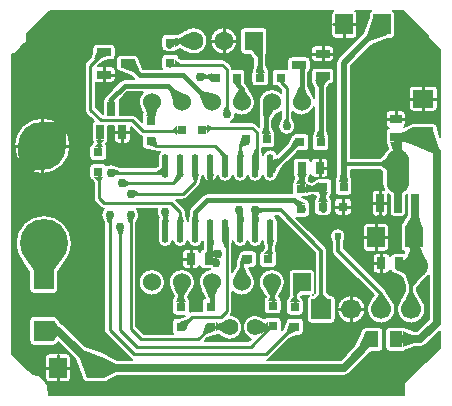
<source format=gtl>
G04 Layer: TopLayer*
G04 EasyEDA Pro v1.9.29.eba1c1, 2023-03-25 18:59:35*
G04 Gerber Generator version 0.3*
G04 Scale: 100 percent, Rotated: No, Reflected: No*
G04 Dimensions in millimeters*
G04 Leading zeros omitted, absolute positions, 3 integers and 3 decimals*
%FSLAX33Y33*%
%MOMM*%
%ADD999C,0.2032*%
%ADD10C,0.254*%
%ADD11C,4.064*%
%ADD12C,1.397*%
%ADD13C,2.032*%
%ADD14C,1.524*%
%ADD15R,1.524X1.524*%
%ADD16R,1.6031X1.599997*%
%ADD17R,1.599997X1.599997*%
%ADD18C,1.599997*%
%ADD19R,0.800001X0.800001*%
%ADD20R,1.25001X0.699999*%
%ADD21R,0.800001X0.800001*%
%ADD22O,0.573989X2.037994*%
%ADD23R,1.485011X1.727987*%
%ADD24R,0.800001X0.800001*%
%ADD25R,0.800001X1.000001*%
%ADD26R,0.699999X1.25001*%
%ADD27R,1.699997X1.699997*%
%ADD28C,1.699997*%
%ADD29R,0.800001X1.000001*%
%ADD30R,0.672008X1.575003*%
%ADD31R,1.132535X1.37701*%
%ADD32R,1.25001X0.699999*%
%ADD33R,0.800001X0.800001*%
%ADD34R,1.000001X0.800001*%
%ADD35R,1.699997X1.799996*%
%ADD36R,1.727987X1.485011*%
%ADD37C,0.6096*%
%ADD38C,0.762*%
%ADD39C,0.381*%
%ADD40C,0.508*%
%ADD41C,0.635*%
%ADD42C,0.3048*%
G75*


G04 Copper Start*
G36*
G01X15773Y-16383D02*
G01X15773Y-17295D01*
G01X-14296D01*
G03X-14291Y-17165I-1833J130D01*
G03X-14376Y-16611I-1837J0D01*
G01Y-16510D01*
G03X-14406Y-16438I-102J0D01*
G01X-14469Y-16375D01*
G03X-15119Y-15630I-1659J-790D01*
G03X-15271Y-15574I-197J-299D01*
G01X-15603Y-15532D01*
G01X-16342Y-14883D01*
G01X-17422Y-13803D01*
G01Y11582D01*
G01X-17272D01*
G03X-17200Y11612I0J102D01*
G01X-16418Y12394D01*
G01X-16294Y12489D01*
G03X-16182Y12631I-216J285D01*
G03X-16154Y12700I-74J69D01*
G01Y12731D01*
G03X-16152Y12774I-356J43D01*
G01Y13295D01*
G01X-14184Y15263D01*
G01X9791D01*
G03X9626Y14961I193J-302D01*
G01Y13233D01*
G03X9984Y12875I358J0D01*
G01X11469D01*
G03X11827Y13233I0J358D01*
G01Y14961D01*
G03X11662Y15263I-358J0D01*
G01X12976D01*
G03X12811Y14961I193J-302D01*
G01Y14677D01*
G01X12322Y13373D01*
G01X10216Y11267D01*
G03X10037Y10834I433J-433D01*
G01Y2267D01*
G01Y1520D01*
G01X9897Y791D01*
G03X9891Y724I352J-67D01*
G01Y-76D01*
G03X10249Y-434I358J0D01*
G01X11049D01*
G03X11407Y-76I0J358D01*
G01Y724D01*
G03X11401Y791I-358J0D01*
G01X11261Y1520D01*
G01Y1775D01*
G01X13703D01*
G01X13932Y1585D01*
G01Y724D01*
G01Y715D01*
G01X13933Y671D01*
G01X13934Y654D01*
G01X13937Y610D01*
G01X13938Y593D01*
G01X13944Y549D01*
G01X13946Y532D01*
G01X13953Y488D01*
G01X13956Y471D01*
G01X13966Y428D01*
G01X13970Y412D01*
G01X13981Y369D01*
G01X13986Y353D01*
G01X13999Y310D01*
G01X14004Y294D01*
G01X14020Y252D01*
G01X14026Y237D01*
G01X14043Y196D01*
G01X14050Y180D01*
G01X14069Y140D01*
G01X14077Y125D01*
G01X14098Y86D01*
G01X14099Y83D01*
G01X14076Y84D01*
G01X13404D01*
G03X13046Y-274I0J-358D01*
G01Y-1849D01*
G03X13404Y-2207I358J0D01*
G01X14076D01*
G03X14434Y-1849I0J358D01*
G01Y-307D01*
G01X14459Y-326D01*
G01X14473Y-336D01*
G01X14509Y-361D01*
G01X14523Y-371D01*
G01X14552Y-389D01*
G01Y-1849D01*
G03X14910Y-2207I358J0D01*
G01X15570D01*
G03X15928Y-1849I0J358D01*
G01Y-388D01*
G01X15956Y-371D01*
G01X15970Y-361D01*
G01X16007Y-336D01*
G01X16021Y-326D01*
G01X16046Y-306D01*
G01Y-1849D01*
G01Y-1856D01*
G01X16050Y-2043D01*
G01X15531Y-2885D01*
G03X15478Y-3073I305J-188D01*
G01Y-4801D01*
G03X15819Y-5159I358J0D01*
G01X15766Y-5288D01*
G01X15762D01*
G01X14962D01*
G03X14618Y-5544I0J-358D01*
G01X14605D01*
G03X14262Y-5288I-343J-102D01*
G01X13462D01*
G03X13104Y-5646I0J-358D01*
G01Y-6646D01*
G03X13462Y-7004I358J0D01*
G01X14262D01*
G03X14605Y-6748I0J358D01*
G01X14618D01*
G03X14962Y-7004I343J102D01*
G01X14997D01*
G03X15286Y-7121I391J551D01*
G01X15627Y-7297D01*
G01X15872Y-8054D01*
G01Y-8496D01*
G01X15449Y-9267D01*
G03X15175Y-10033I934J-766D01*
G03X16383Y-11241I1208J0D01*
G03X17591Y-10033I0J1208D01*
G03X17317Y-9267I-1208J0D01*
G01X16894Y-8496D01*
G01Y-8245D01*
G01X17454Y-7539D01*
G03X17866Y-7170I-690J1189D01*
G01Y-10880D01*
G01X16849Y-11897D01*
G01X16683D01*
G01X15793Y-11551D01*
G03X15663Y-11526I-130J-334D01*
G01X14531D01*
G03X14173Y-11884I0J-358D01*
G01Y-13262D01*
G03X14531Y-13620I358J0D01*
G01X15663D01*
G03X15793Y-13595I0J358D01*
G01X16683Y-13249D01*
G01X17129D01*
G03X17607Y-13051I0J676D01*
G01X18821Y-11836D01*
G01Y-13293D01*
G01X15803Y-16311D01*
G03X15773Y-16383I72J-72D01*
G37*
%LPC*%
G36*
G01X-11424Y-15974D02*
G03X-11088Y-16208I336J124D01*
G01X-9603D01*
G03X-9425Y-16161I0J358D01*
G01X-8555Y-15662D01*
G01X10684D01*
G03X11162Y-15464I0J676D01*
G01X12437Y-14188D01*
G01X13006Y-13620D01*
G01X13663D01*
G03X14021Y-13262I0J358D01*
G01Y-11884D01*
G03X13663Y-11526I-358J0D01*
G01X12531D01*
G03X12205Y-11736I0J-358D01*
G01X11558Y-13156D01*
G01X10404Y-14310D01*
G01X4194D01*
G03X4407Y-14186I-130J467D01*
G01X6118Y-12476D01*
G01X6703Y-12256D01*
G01X6934D01*
G03X7292Y-11898I0J358D01*
G01Y-11098D01*
G03X6934Y-10740I-358J0D01*
G01X6134D01*
G03X5796Y-10979I0J-358D01*
G01X5554Y-11667D01*
G01X5400Y-11821D01*
G01Y-11811D01*
G01Y-11011D01*
G03X5042Y-10653I-358J0D01*
G01X4242D01*
G03X3954Y-10798I0J-358D01*
G01X3840Y-10736D01*
G03X3175Y-10500I-665J-821D01*
G03X2118Y-11557I0J-1057D01*
G03X2779Y-12537I1057J0D01*
G01X2593Y-12723D01*
G01X-1117D01*
G01X-869Y-12476D01*
G01X-284Y-12256D01*
G01X-178D01*
G03X31Y-12189I0J358D01*
G01X46Y-12178D01*
G01X290Y-12325D01*
G03X1016Y-12614I726J768D01*
G03X2073Y-11557I0J1057D01*
G03X1104Y-10504I-1057J0D01*
G01X1105Y-10503D01*
G03X1247Y-10160I-343J343D01*
G01Y-8546D01*
G03X2032Y-8867I785J799D01*
G03X3152Y-7747I0J1120D01*
G03X2902Y-7042I-1120J0D01*
G01X2639Y-6545D01*
G01X2703Y-6543D01*
G01X2959D01*
G03X3317Y-6185I0J358D01*
G01Y-5385D01*
G03X2959Y-5027I-358J0D01*
G01X2159D01*
G03X1825Y-5255I0J-358D01*
G01X1610Y-5809D01*
G03X1521Y-6096I422J-287D01*
G01Y-6363D01*
G01X1247Y-6881D01*
G01Y-4662D01*
G01X1273Y-4264D01*
G03X1905Y-4781I632J128D01*
G03X2540Y-4250I0J645D01*
G03X3175Y-4781I635J114D01*
G03X3810Y-4250I0J645D01*
G03X3832Y-4337I635J114D01*
G01X3923Y-4812D01*
G01X3721Y-5055D01*
G03X3501Y-5385I138J-330D01*
G01Y-6185D01*
G03X3859Y-6543I358J0D01*
G01X4659D01*
G03X5017Y-6185I0J358D01*
G01Y-5385D01*
G03X5014Y-5337I-358J0D01*
G01X4956Y-4904D01*
G01Y-4871D01*
G01X5058Y-4337D01*
G03X5090Y-4136I-613J201D01*
G01Y-2672D01*
G03X4839Y-2162I-645J0D01*
G01X5123D01*
G01X8252Y-5291D01*
G01Y-8596D01*
G01X8198Y-8661D01*
G03X8232Y-8509I-324J152D01*
G01Y-6985D01*
G03X7874Y-6627I-358J0D01*
G01X6350D01*
G03X5992Y-6985I0J-358D01*
G01Y-8509D01*
G03X5996Y-8562I358J0D01*
G01X6047Y-8904D01*
G01X5843Y-9189D01*
G03X5776Y-9398I291J-209D01*
G01Y-10198D01*
G03X6134Y-10556I358J0D01*
G01X6934D01*
G03X7292Y-10198I0J358D01*
G01Y-9398D01*
G03X7225Y-9189I-358J0D01*
G01X7064Y-8965D01*
G01X7146Y-8867D01*
G01X7744D01*
G03X7555Y-9183I169J-316D01*
G01Y-10883D01*
G03X7913Y-11241I358J0D01*
G01X9613D01*
G03X9971Y-10883I0J358D01*
G01Y-9183D01*
G03X9613Y-8825I-358J0D01*
G01X9464D01*
G01X9274Y-8596D01*
G01Y-5080D01*
G03X9124Y-4719I-511J0D01*
G01X6668Y-2263D01*
G01X7455D01*
G03X7813Y-1905I0J358D01*
G01Y-1105D01*
G03X7615Y-785I-358J0D01*
G01X7172Y-563D01*
G01X7455D01*
G03X7578Y-541I0J358D01*
G01X8052Y-368D01*
G01X8271Y-399D01*
G01X8296Y-481D01*
G01X8173Y-817D01*
G03X8151Y-940I336J-123D01*
G01Y-1740D01*
G03X8509Y-2098I358J0D01*
G01X8766D01*
G03X8949Y-2130I183J517D01*
G03X9132Y-2098I0J549D01*
G01X9309D01*
G03X9667Y-1740I0J358D01*
G01Y-940D01*
G03X9645Y-817I-358J0D01*
G01X9541Y-532D01*
G01X9677Y-219D01*
G03X9707Y-76I-328J143D01*
G01Y724D01*
G03X9349Y1082I-358J0D01*
G01X8549D01*
G03X8366Y1032I0J-358D01*
G01X7960Y791D01*
G01X7755Y867D01*
G01X7725Y982D01*
G01X7853Y1332D01*
G01X7861Y1353D01*
G01X7874D01*
G03X8217Y1097I343J102D01*
G01X9017D01*
G03X9375Y1455I0J358D01*
G01Y2455D01*
G03X9017Y2813I-358J0D01*
G01X8217D01*
G03X7874Y2557I0J-358D01*
G01X7861D01*
G03X7517Y2813I-343J-102D01*
G01X6717D01*
G03X6359Y2455I0J-358D01*
G01Y1455D01*
G03X6381Y1332I358J0D01*
G01X6480Y1061D01*
G01X6332Y749D01*
G03X6297Y595I323J-154D01*
G01Y-205D01*
G01Y-213D01*
G01X-889D01*
G03X-1277Y-374I0J-549D01*
G01X-2293Y-1390D01*
G03X-2454Y-1778I388J-388D01*
G01Y-1864D01*
G01X-2537Y-2542D01*
G01X-2540Y-2558D01*
G03X-2583Y-2415I-635J-114D01*
G01X-2690Y-1990D01*
G01Y-1778D01*
G03X-2832Y-1435I-485J0D01*
G01X-3528Y-739D01*
G01X-2921D01*
G03X-2578Y-597I0J485D01*
G01X-1562Y419D01*
G03X-1423Y707I-343J343D01*
G01X-1313Y1145D01*
G03X-1270Y1288I-592J257D01*
G03X-635Y757I635J114D01*
G03X0Y1288I0J645D01*
G03X635Y757I635J114D01*
G03X1270Y1288I0J645D01*
G03X1905Y757I635J114D01*
G03X2540Y1288I0J645D01*
G03X3175Y757I635J114D01*
G03X3810Y1288I0J645D01*
G03X4445Y757I635J114D01*
G03X5082Y1301I0J645D01*
G01X5430Y1987D01*
G01X6507Y3064D01*
G01X6806Y3363D01*
G01X7404D01*
G03X7762Y3721I0J358D01*
G01Y4521D01*
G03X7404Y4879I-358J0D01*
G01X6604D01*
G03X6292Y4697I0J-358D01*
G01X5912Y4021D01*
G01X5030Y3139D01*
G03X4445Y3511I-585J-273D01*
G03X3813Y2994I0J-645D01*
G01X3787Y3392D01*
G01Y3617D01*
G01X4532D01*
G03X4890Y3975I0J358D01*
G01Y4775D01*
G03X4854Y4931I-358J0D01*
G01X4613Y5429D01*
G01Y5942D01*
G01X4892Y6419D01*
G03X5357Y6694I-320J1074D01*
G01Y6178D01*
G01X5243Y5894D01*
G03X5103Y5461I599J-433D01*
G03X5842Y4722I739J0D01*
G03X6581Y5461I0J739D01*
G03X6441Y5894I-739J0D01*
G01X6327Y6178D01*
G01Y6694D01*
G03X7112Y6373I785J799D01*
G03X8155Y7085I0J1120D01*
G01Y5156D01*
G01X7968Y4644D01*
G03X7946Y4521I336J-123D01*
G01Y3721D01*
G03X8304Y3363I358J0D01*
G01X9104D01*
G03X9462Y3721I0J358D01*
G01Y4521D01*
G03X9440Y4644I-358J0D01*
G01X9253Y5156D01*
G01Y8667D01*
G01X9541Y9012D01*
G03X9857Y9368I-41J356D01*
G01Y10068D01*
G03X9499Y10426I-358J0D01*
G01X8249D01*
G03X7891Y10068I0J-358D01*
G01Y9368D01*
G03X7924Y9218I358J0D01*
G01X8155Y8718D01*
G01Y7901D01*
G03X7987Y8193I-1043J-408D01*
G01X7661Y8870D01*
G01Y9998D01*
G03X7857Y10318I-162J320D01*
G01Y11018D01*
G03X7499Y11376I-358J0D01*
G01X6249D01*
G03X5891Y11018I0J-358D01*
G01Y10318D01*
G01Y10307D01*
G03X5715Y10353I-176J-312D01*
G01X4915D01*
G03X4557Y9995I0J-358D01*
G01Y9195D01*
G03X4915Y8837I358J0D01*
G01X5028D01*
G01X5357Y8508D01*
G01Y8292D01*
G03X4572Y8613I-785J-799D01*
G03X3452Y7501I0J-1120D01*
G01Y7493D01*
G03X3459Y7371I1120J0D01*
G01X3515Y6370D01*
G01Y5426D01*
G01X3264Y5677D01*
G03X2921Y5819I-343J-343D01*
G01X1099D01*
G03X1501Y6477I-337J658D01*
G03Y6507I-739J0D01*
G03X2032Y6373I531J986D01*
G03X3152Y7493I0J1120D01*
G03X2896Y8206I-1120J0D01*
G01X2567Y8756D01*
G03X2420Y9022I-535J-122D01*
G01X2341Y9101D01*
G03X2350Y9182I-349J81D01*
G01Y9982D01*
G03X1992Y10340I-358J0D01*
G01X1244D01*
G03X1105Y10630I-482J-53D01*
G01X724Y11011D01*
G03X381Y11153I-343J-343D01*
G01X-3096D01*
G01X-3250Y11281D01*
G03X-3607Y11612I-357J-27D01*
G01X-4407D01*
G03X-4765Y11254I0J-358D01*
G01Y10454D01*
G03X-4742Y10328I358J0D01*
G01X-6337D01*
G01X-6655Y11183D01*
G03X-7011Y11503I-356J-38D01*
G01X-8261D01*
G03X-8619Y11145I0J-358D01*
G01Y10445D01*
G03X-8384Y10108I358J0D01*
G01X-7348Y9732D01*
G01X-7056Y9439D01*
G01X-7874D01*
G03X-8262Y9278I0J-549D01*
G01X-9405Y8135D01*
G03X-9534Y7930I388J-388D01*
G01X-9615Y7852D01*
G03X-9725Y7594I248J-258D01*
G01Y6474D01*
G01X-10310Y7059D01*
G01Y9140D01*
G03X-10261Y9137I49J355D01*
G01X-9011D01*
G03X-8653Y9495I0J358D01*
G01Y10195D01*
G03X-9011Y10553I-358J0D01*
G01X-10142D01*
G01X-9877Y10817D01*
G01X-9292Y11037D01*
G01X-9011D01*
G03X-8653Y11395I0J358D01*
G01Y12095D01*
G03X-9011Y12453I-358J0D01*
G01X-10261D01*
G03X-10619Y12095I0J-358D01*
G01Y11798D01*
G01X-10755Y11312D01*
G01X-11138Y10929D01*
G03X-11280Y10586I343J-343D01*
G01Y6858D01*
G03X-11138Y6515I485J0D01*
G01X-10515Y5892D01*
G03X-10675Y5594I198J-298D01*
G01Y4344D01*
G03X-10648Y4208I358J0D01*
G01X-10601Y4094D01*
G01X-10688Y3989D01*
G03X-10861Y3683I185J-306D01*
G01Y2883D01*
G03X-10503Y2525I358J0D01*
G01X-9703D01*
G03X-9345Y2883I0J358D01*
G01Y3683D01*
G03X-9387Y3851I-358J0D01*
G01X-9451Y3971D01*
G01X-9332Y4128D01*
G03X-9259Y4344I-285J216D01*
G01Y5484D01*
G01X-8775D01*
G01Y4344D01*
G03X-8417Y3986I358J0D01*
G01X-7717D01*
G03X-7359Y4344I0J358D01*
G01Y5403D01*
G01X-6693Y4737D01*
G03X-6416Y4599I343J343D01*
G01Y3850D01*
G03X-6058Y3492I358J0D01*
G01X-5926D01*
G01X-5453Y3386D01*
G03X-5218Y3325I235J424D01*
G01X-4899D01*
G03X-5090Y2866I454J-459D01*
G01Y2136D01*
G01X-5243Y2009D01*
G01X-8300D01*
G01X-8584Y2123D01*
G03X-9017Y2263I-433J-599D01*
G03X-9392Y2161I0J-739D01*
G03X-9703Y2341I-311J-178D01*
G01X-10503D01*
G03X-10861Y1983I0J-358D01*
G01Y1183D01*
G03X-10688Y877I358J0D01*
G01X-10518Y672D01*
G01Y-635D01*
G03X-10376Y-978I485J0D01*
G01X-9995Y-1359D01*
G03X-9658Y-1501I343J343D01*
G03X-9883Y-2032I514J-531D01*
G03X-9743Y-2465I739J0D01*
G01X-9629Y-2749D01*
G01Y-11811D01*
G03X-9487Y-12154I485J0D01*
G01X-7455Y-14186D01*
G03X-7242Y-14310I343J343D01*
G01X-8555D01*
G01X-9425Y-13811D01*
G03X-9569Y-13766I-178J-311D01*
G01X-11236Y-13140D01*
G01X-13009Y-11367D01*
G03X-13274Y-11203I-478J-478D01*
G01X-13586Y-10743D01*
G03X-13882Y-10586I-296J-201D01*
G01X-15582D01*
G03X-15940Y-10944I0J-358D01*
G01Y-12744D01*
G03X-15582Y-13103I358J0D01*
G01X-13882D01*
G03X-13586Y-12945I0J358D01*
G01X-13487Y-12800D01*
G01X-12070Y-14217D01*
G01X-11424Y-15974D01*
G37*
G36*
G01X12635Y-10033D02*
G03X13843Y-11241I1208J0D01*
G03X15051Y-10033I0J1208D01*
G03X14765Y-9252I-1208J0D01*
G01X14334Y-8624D01*
G03X14204Y-8402I-491J-139D01*
G01X10671Y-4869D01*
G01Y-4371D01*
G01X10720Y-4165D01*
G03X10823Y-3810I-560J355D01*
G03X10160Y-3147I-663J0D01*
G03X9497Y-3810I0J-663D01*
G03X9600Y-4165I663J0D01*
G01X9649Y-4371D01*
G01Y-5080D01*
G03X9799Y-5441I511J0D01*
G01X13201Y-8843D01*
G01X12921Y-9252D01*
G03X12635Y-10033I922J-781D01*
G37*
G36*
G01X-15940Y-8360D02*
G03X-15582Y-8718I358J0D01*
G01X-13882D01*
G03X-13524Y-8360I0J358D01*
G01Y-6838D01*
G01X-12927Y-6012D01*
G03X-12342Y-4445I-1805J1567D01*
G03X-14732Y-2055I-2390J0D01*
G03X-17122Y-4445I0J-2390D01*
G03X-16537Y-6012I2390J0D01*
G01X-15940Y-6838D01*
G01Y-8360D01*
G37*
G36*
G01X-17249Y3810D02*
G03X-14859Y1420I2390J0D01*
G03X-12469Y3810I0J2390D01*
G03X-14859Y6200I-2390J0D01*
G03X-17249Y3810I0J-2390D01*
G37*
G36*
G01X2857Y9195D02*
G03X3215Y8837I358J0D01*
G01X4015D01*
G03X4373Y9195I0J358D01*
G01Y9995D01*
G03X4339Y10147I-358J0D01*
G01X4105Y10646D01*
G01Y11297D01*
G01X4201Y11837D01*
G03X4206Y11900I-353J63D01*
G01Y13500D01*
G03X3848Y13858I-358J0D01*
G01X2248D01*
G03X1890Y13500I0J-358D01*
G01Y11900D01*
G03X2248Y11542I358J0D01*
G01X2722D01*
G01X3007Y11199D01*
G01Y10613D01*
G01X2869Y10086D01*
G03X2857Y9995I346J-91D01*
G01Y9195D01*
G37*
G36*
G01X-2758Y11798D02*
G03X-2032Y11542I726J902D01*
G03X-874Y12700I0J1158D01*
G03X-2032Y13858I-1158J0D01*
G03X-2758Y13602I0J-1158D01*
G01X-3391Y13290D01*
G01X-3567Y13310D01*
G03X-3607Y13312I-40J-356D01*
G01X-4407D01*
G03X-4765Y12954I0J-358D01*
G01Y12154D01*
G03X-4407Y11796I358J0D01*
G01X-4350D01*
G03X-4134Y11751I216J504D01*
G03X-3918Y11796I0J549D01*
G01X-3607D01*
G03X-3418Y11850I0J358D01*
G01X-3173Y12002D01*
G01X-2758Y11798D01*
G37*
G36*
G01X5042Y-10469D02*
G03X5400Y-10111I0J358D01*
G01Y-9311D01*
G03X5333Y-9102I-358J0D01*
G01X5216Y-8938D01*
G01X5495Y-8381D01*
G03X5692Y-7747I-923J634D01*
G03X4572Y-6627I-1120J0D01*
G03X3452Y-7747I0J-1120D01*
G03X3767Y-8526I1120J0D01*
G01X4044Y-8973D01*
G01X3951Y-9102D01*
G03X3884Y-9311I291J-209D01*
G01Y-10111D01*
G03X4242Y-10469I358J0D01*
G01X5042D01*
G37*
G36*
G01X10095Y-10033D02*
G03X11303Y-11241I1208J0D01*
G03X12511Y-10033I0J1208D01*
G03X11303Y-8825I-1208J0D01*
G03X10095Y-10033I0J-1208D01*
G37*
G36*
G01X-14631Y-15850D02*
G03X-14273Y-16208I358J0D01*
G01X-12788D01*
G03X-12430Y-15850I0J358D01*
G01Y-14122D01*
G03X-12788Y-13764I-358J0D01*
G01X-14273D01*
G03X-14631Y-14122I0J-358D01*
G01Y-15850D01*
G37*
G36*
G01X14136Y-5159D02*
G03X14494Y-4801I0J358D01*
G01Y-3073D01*
G03X14136Y-2715I-358J0D01*
G01X12651D01*
G03X12293Y-3073I0J-358D01*
G01Y-4801D01*
G03X12651Y-5159I358J0D01*
G01X14136D01*
G37*
G36*
G01X-650Y12700D02*
G03X508Y11542I1158J0D01*
G03X1666Y12700I0J1158D01*
G03X508Y13858I-1158J0D01*
G03X-650Y12700I0J-1158D01*
G37*
G36*
G01X7891Y11268D02*
G03X8249Y10910I358J0D01*
G01X9499D01*
G03X9857Y11268I0J358D01*
G01Y11968D01*
G03X9499Y12326I-358J0D01*
G01X8249D01*
G03X7891Y11968I0J-358D01*
G01Y11268D01*
G37*
G36*
G01X9851Y-1740D02*
G03X10209Y-2098I358J0D01*
G01X11009D01*
G03X11367Y-1740I0J358D01*
G01Y-940D01*
G03X11009Y-582I-358J0D01*
G01X10209D01*
G03X9851Y-940I0J-358D01*
G01Y-1740D01*
G37*
%LPD*%
G36*
G01X-6416Y5832D02*
G01X-6896Y6312D01*
G03X-7239Y6454I-343J-343D01*
G01X-8309D01*
G01Y7594D01*
G03X-8317Y7671I-358J0D01*
G01X-7647Y8341D01*
G01X-6319D01*
G03X-6708Y7493I731J-848D01*
G03X-6463Y6793I1120J0D01*
G01X-6352Y6564D01*
G01X-6380Y6507D01*
G03X-6416Y6350I322J-157D01*
G01Y5832D01*
G37*
G36*
G01X-6276Y-12088D02*
G01X-6881Y-11483D01*
G01Y-2749D01*
G01X-6767Y-2465D01*
G03X-6627Y-2032I-599J433D01*
G03X-6852Y-1501I-739J0D01*
G01X-5130D01*
G03X-5184Y-1778I685J-277D01*
G03X-5044Y-2211I739J0D01*
G01X-5008Y-2301D01*
G01X-5037Y-2415D01*
G03X-5090Y-2672I592J-257D01*
G01Y-4136D01*
G03X-4445Y-4781I645J0D01*
G03X-3810Y-4250I0J645D01*
G03X-3175Y-4781I635J114D01*
G03X-2540Y-4250I0J645D01*
G03X-1905Y-4781I635J114D01*
G03X-1275Y-4276I0J645D01*
G01X-1252Y-4916D01*
G01X-1279Y-4925D01*
G03X-1511Y-5163I112J-340D01*
G01X-1524D01*
G03X-1867Y-4907I-343J-102D01*
G01X-2667D01*
G03X-3025Y-5265I0J-358D01*
G01Y-6265D01*
G03X-2667Y-6623I358J0D01*
G01X-1867D01*
G03X-1524Y-6367I0J358D01*
G01X-1511D01*
G03X-1167Y-6623I343J102D01*
G01X-645D01*
G01X-634Y-6634D01*
G03X-1628Y-7747I126J-1113D01*
G03X-1383Y-8447I1120J0D01*
G01X-1089Y-9057D01*
G03X-1336Y-9398I111J-341D01*
G01Y-10183D01*
G01X-2159D01*
G03X-2361Y-10227I0J-485D01*
G03X-2360Y-10198I-357J29D01*
G01Y-9398D01*
G03X-2382Y-9275I-358J0D01*
G01X-2486Y-8991D01*
G01X-2234Y-8516D01*
G03X-1928Y-7747I-814J769D01*
G03X-3048Y-6627I-1120J0D01*
G03X-4168Y-7747I0J-1120D01*
G03X-3978Y-8371I1120J0D01*
G01X-3733Y-8943D01*
G01X-3854Y-9275D01*
G03X-3876Y-9398I336J-123D01*
G01Y-10198D01*
G03X-3518Y-10556I358J0D01*
G01X-2793D01*
G01X-3283Y-10740D01*
G01X-3518D01*
G03X-3876Y-11098I0J-358D01*
G01Y-11898D01*
G03X-3822Y-12088I358J0D01*
G01X-6276D01*
G37*
%LPC*%
G36*
G01X-6708Y-7747D02*
G03X-5588Y-8867I1120J0D01*
G03X-4468Y-7747I0J1120D01*
G03X-5588Y-6627I-1120J0D01*
G03X-6708Y-7747I0J-1120D01*
G37*
%LPD*%
G36*
G01X8043Y-8825D02*
G03X8082Y-8800I-169J316D01*
G01X8062Y-8825D01*
G01X8043D01*
G37*
G36*
G01X11261Y2797D02*
G01X11261Y10581D01*
G01X13066Y12386D01*
G01X14370Y12875D01*
G01X14654D01*
G03X15012Y13233I0J358D01*
G01Y14961D01*
G03X14847Y15263I-358J0D01*
G01X15708D01*
G01X16976Y13996D01*
G01X17803Y13071D01*
G03X17907Y12828I358J10D01*
G01X18820Y11916D01*
G01X18821Y11541D01*
G01Y4560D01*
G01X18621Y5207D01*
G01Y5373D01*
G03X18263Y5731I-358J0D01*
G01X16535D01*
G03X16374Y5693I0J-358D01*
G01X15788Y5399D01*
G03X15921Y5677I-225J279D01*
G01Y6477D01*
G03X15563Y6835I-358J0D01*
G01X14563D01*
G03X14205Y6477I0J-358D01*
G01Y5677D01*
G03X14461Y5334I358J0D01*
G01Y5321D01*
G03X14205Y4977I102J-343D01*
G01Y4177D01*
G03X14228Y4051I358J0D01*
G01X14404Y3584D01*
G01X14377Y3561D01*
G01X14365Y3550D01*
G01X14332Y3520D01*
G01X14320Y3508D01*
G01X14289Y3476D01*
G01X14277Y3464D01*
G01X14248Y3430D01*
G01X14237Y3418D01*
G01X14209Y3383D01*
G01X14199Y3370D01*
G01X14172Y3334D01*
G01X14163Y3320D01*
G01X14138Y3283D01*
G01X14129Y3269D01*
G01X14106Y3230D01*
G01X14098Y3216D01*
G01X14077Y3177D01*
G01X14069Y3161D01*
G01X14050Y3121D01*
G01X14043Y3106D01*
G01X14026Y3065D01*
G01X14020Y3049D01*
G01X14014Y3034D01*
G01X13710Y2797D01*
G01X11261D01*
G37*
%LPC*%
G36*
G01X16177Y7073D02*
G03X16535Y6715I358J0D01*
G01X18263D01*
G03X18621Y7073I0J358D01*
G01Y8558D01*
G03X18263Y8916I-358J0D01*
G01X16535D01*
G03X16177Y8558I0J-358D01*
G01Y7073D01*
G37*
%LPD*%
G54D999*
G01X15773Y-16383D02*
G01X15773Y-17295D01*
G01X-14296D01*
G03X-14291Y-17165I-1833J130D01*
G03X-14376Y-16611I-1837J0D01*
G01Y-16510D01*
G03X-14406Y-16438I-102J0D01*
G01X-14469Y-16375D01*
G03X-15119Y-15630I-1659J-790D01*
G03X-15271Y-15574I-197J-299D01*
G01X-15603Y-15532D01*
G01X-16342Y-14883D01*
G01X-17422Y-13803D01*
G01Y11582D01*
G01X-17272D01*
G03X-17200Y11612I0J102D01*
G01X-16418Y12394D01*
G01X-16294Y12489D01*
G03X-16182Y12631I-216J285D01*
G03X-16154Y12700I-74J69D01*
G01Y12731D01*
G03X-16152Y12774I-356J43D01*
G01Y13295D01*
G01X-14184Y15263D01*
G01X9791D01*
G03X9626Y14961I193J-302D01*
G01Y13233D01*
G03X9984Y12875I358J0D01*
G01X11469D01*
G03X11827Y13233I0J358D01*
G01Y14961D01*
G03X11662Y15263I-358J0D01*
G01X12976D01*
G03X12811Y14961I193J-302D01*
G01Y14677D01*
G01X12322Y13373D01*
G01X10216Y11267D01*
G03X10037Y10834I433J-433D01*
G01Y2267D01*
G01Y1520D01*
G01X9897Y791D01*
G03X9891Y724I352J-67D01*
G01Y-76D01*
G03X10249Y-434I358J0D01*
G01X11049D01*
G03X11407Y-76I0J358D01*
G01Y724D01*
G03X11401Y791I-358J0D01*
G01X11261Y1520D01*
G01Y1775D01*
G01X13703D01*
G01X13932Y1585D01*
G01Y724D01*
G01Y715D01*
G01X13933Y671D01*
G01X13934Y654D01*
G01X13937Y610D01*
G01X13938Y593D01*
G01X13944Y549D01*
G01X13946Y532D01*
G01X13953Y488D01*
G01X13956Y471D01*
G01X13966Y428D01*
G01X13970Y412D01*
G01X13981Y369D01*
G01X13986Y353D01*
G01X13999Y310D01*
G01X14004Y294D01*
G01X14020Y252D01*
G01X14026Y237D01*
G01X14043Y196D01*
G01X14050Y180D01*
G01X14069Y140D01*
G01X14077Y125D01*
G01X14098Y86D01*
G01X14099Y83D01*
G01X14076Y84D01*
G01X13404D01*
G03X13046Y-274I0J-358D01*
G01Y-1849D01*
G03X13404Y-2207I358J0D01*
G01X14076D01*
G03X14434Y-1849I0J358D01*
G01Y-307D01*
G01X14459Y-326D01*
G01X14473Y-336D01*
G01X14509Y-361D01*
G01X14523Y-371D01*
G01X14552Y-389D01*
G01Y-1849D01*
G03X14910Y-2207I358J0D01*
G01X15570D01*
G03X15928Y-1849I0J358D01*
G01Y-388D01*
G01X15956Y-371D01*
G01X15970Y-361D01*
G01X16007Y-336D01*
G01X16021Y-326D01*
G01X16046Y-306D01*
G01Y-1849D01*
G01Y-1856D01*
G01X16050Y-2043D01*
G01X15531Y-2885D01*
G03X15478Y-3073I305J-188D01*
G01Y-4801D01*
G03X15819Y-5159I358J0D01*
G01X15766Y-5288D01*
G01X15762D01*
G01X14962D01*
G03X14618Y-5544I0J-358D01*
G01X14605D01*
G03X14262Y-5288I-343J-102D01*
G01X13462D01*
G03X13104Y-5646I0J-358D01*
G01Y-6646D01*
G03X13462Y-7004I358J0D01*
G01X14262D01*
G03X14605Y-6748I0J358D01*
G01X14618D01*
G03X14962Y-7004I343J102D01*
G01X14997D01*
G03X15286Y-7121I391J551D01*
G01X15627Y-7297D01*
G01X15872Y-8054D01*
G01Y-8496D01*
G01X15449Y-9267D01*
G03X15175Y-10033I934J-766D01*
G03X16383Y-11241I1208J0D01*
G03X17591Y-10033I0J1208D01*
G03X17317Y-9267I-1208J0D01*
G01X16894Y-8496D01*
G01Y-8245D01*
G01X17454Y-7539D01*
G03X17866Y-7170I-690J1189D01*
G01Y-10880D01*
G01X16849Y-11897D01*
G01X16683D01*
G01X15793Y-11551D01*
G03X15663Y-11526I-130J-334D01*
G01X14531D01*
G03X14173Y-11884I0J-358D01*
G01Y-13262D01*
G03X14531Y-13620I358J0D01*
G01X15663D01*
G03X15793Y-13595I0J358D01*
G01X16683Y-13249D01*
G01X17129D01*
G03X17607Y-13051I0J676D01*
G01X18821Y-11836D01*
G01Y-13293D01*
G01X15803Y-16311D01*
G03X15773Y-16383I72J-72D01*
G01X-11424Y-15974D02*
G03X-11088Y-16208I336J124D01*
G01X-9603D01*
G03X-9425Y-16161I0J358D01*
G01X-8555Y-15662D01*
G01X10684D01*
G03X11162Y-15464I0J676D01*
G01X12437Y-14188D01*
G01X13006Y-13620D01*
G01X13663D01*
G03X14021Y-13262I0J358D01*
G01Y-11884D01*
G03X13663Y-11526I-358J0D01*
G01X12531D01*
G03X12205Y-11736I0J-358D01*
G01X11558Y-13156D01*
G01X10404Y-14310D01*
G01X4194D01*
G03X4407Y-14186I-130J467D01*
G01X6118Y-12476D01*
G01X6703Y-12256D01*
G01X6934D01*
G03X7292Y-11898I0J358D01*
G01Y-11098D01*
G03X6934Y-10740I-358J0D01*
G01X6134D01*
G03X5796Y-10979I0J-358D01*
G01X5554Y-11667D01*
G01X5400Y-11821D01*
G01Y-11811D01*
G01Y-11011D01*
G03X5042Y-10653I-358J0D01*
G01X4242D01*
G03X3954Y-10798I0J-358D01*
G01X3840Y-10736D01*
G03X3175Y-10500I-665J-821D01*
G03X2118Y-11557I0J-1057D01*
G03X2779Y-12537I1057J0D01*
G01X2593Y-12723D01*
G01X-1117D01*
G01X-869Y-12476D01*
G01X-284Y-12256D01*
G01X-178D01*
G03X31Y-12189I0J358D01*
G01X46Y-12178D01*
G01X290Y-12325D01*
G03X1016Y-12614I726J768D01*
G03X2073Y-11557I0J1057D01*
G03X1104Y-10504I-1057J0D01*
G01X1105Y-10503D01*
G03X1247Y-10160I-343J343D01*
G01Y-8546D01*
G03X2032Y-8867I785J799D01*
G03X3152Y-7747I0J1120D01*
G03X2902Y-7042I-1120J0D01*
G01X2639Y-6545D01*
G01X2703Y-6543D01*
G01X2959D01*
G03X3317Y-6185I0J358D01*
G01Y-5385D01*
G03X2959Y-5027I-358J0D01*
G01X2159D01*
G03X1825Y-5255I0J-358D01*
G01X1610Y-5809D01*
G03X1521Y-6096I422J-287D01*
G01Y-6363D01*
G01X1247Y-6881D01*
G01Y-4662D01*
G01X1273Y-4264D01*
G03X1905Y-4781I632J128D01*
G03X2540Y-4250I0J645D01*
G03X3175Y-4781I635J114D01*
G03X3810Y-4250I0J645D01*
G03X3832Y-4337I635J114D01*
G01X3923Y-4812D01*
G01X3721Y-5055D01*
G03X3501Y-5385I138J-330D01*
G01Y-6185D01*
G03X3859Y-6543I358J0D01*
G01X4659D01*
G03X5017Y-6185I0J358D01*
G01Y-5385D01*
G03X5014Y-5337I-358J0D01*
G01X4956Y-4904D01*
G01Y-4871D01*
G01X5058Y-4337D01*
G03X5090Y-4136I-613J201D01*
G01Y-2672D01*
G03X4839Y-2162I-645J0D01*
G01X5123D01*
G01X8252Y-5291D01*
G01Y-8596D01*
G01X8198Y-8661D01*
G03X8232Y-8509I-324J152D01*
G01Y-6985D01*
G03X7874Y-6627I-358J0D01*
G01X6350D01*
G03X5992Y-6985I0J-358D01*
G01Y-8509D01*
G03X5996Y-8562I358J0D01*
G01X6047Y-8904D01*
G01X5843Y-9189D01*
G03X5776Y-9398I291J-209D01*
G01Y-10198D01*
G03X6134Y-10556I358J0D01*
G01X6934D01*
G03X7292Y-10198I0J358D01*
G01Y-9398D01*
G03X7225Y-9189I-358J0D01*
G01X7064Y-8965D01*
G01X7146Y-8867D01*
G01X7744D01*
G03X7555Y-9183I169J-316D01*
G01Y-10883D01*
G03X7913Y-11241I358J0D01*
G01X9613D01*
G03X9971Y-10883I0J358D01*
G01Y-9183D01*
G03X9613Y-8825I-358J0D01*
G01X9464D01*
G01X9274Y-8596D01*
G01Y-5080D01*
G03X9124Y-4719I-511J0D01*
G01X6668Y-2263D01*
G01X7455D01*
G03X7813Y-1905I0J358D01*
G01Y-1105D01*
G03X7615Y-785I-358J0D01*
G01X7172Y-563D01*
G01X7455D01*
G03X7578Y-541I0J358D01*
G01X8052Y-368D01*
G01X8271Y-399D01*
G01X8296Y-481D01*
G01X8173Y-817D01*
G03X8151Y-940I336J-123D01*
G01Y-1740D01*
G03X8509Y-2098I358J0D01*
G01X8766D01*
G03X8949Y-2130I183J517D01*
G03X9132Y-2098I0J549D01*
G01X9309D01*
G03X9667Y-1740I0J358D01*
G01Y-940D01*
G03X9645Y-817I-358J0D01*
G01X9541Y-532D01*
G01X9677Y-219D01*
G03X9707Y-76I-328J143D01*
G01Y724D01*
G03X9349Y1082I-358J0D01*
G01X8549D01*
G03X8366Y1032I0J-358D01*
G01X7960Y791D01*
G01X7755Y867D01*
G01X7725Y982D01*
G01X7853Y1332D01*
G01X7861Y1353D01*
G01X7874D01*
G03X8217Y1097I343J102D01*
G01X9017D01*
G03X9375Y1455I0J358D01*
G01Y2455D01*
G03X9017Y2813I-358J0D01*
G01X8217D01*
G03X7874Y2557I0J-358D01*
G01X7861D01*
G03X7517Y2813I-343J-102D01*
G01X6717D01*
G03X6359Y2455I0J-358D01*
G01Y1455D01*
G03X6381Y1332I358J0D01*
G01X6480Y1061D01*
G01X6332Y749D01*
G03X6297Y595I323J-154D01*
G01Y-205D01*
G01Y-213D01*
G01X-889D01*
G03X-1277Y-374I0J-549D01*
G01X-2293Y-1390D01*
G03X-2454Y-1778I388J-388D01*
G01Y-1864D01*
G01X-2537Y-2542D01*
G01X-2540Y-2558D01*
G03X-2583Y-2415I-635J-114D01*
G01X-2690Y-1990D01*
G01Y-1778D01*
G03X-2832Y-1435I-485J0D01*
G01X-3528Y-739D01*
G01X-2921D01*
G03X-2578Y-597I0J485D01*
G01X-1562Y419D01*
G03X-1423Y707I-343J343D01*
G01X-1313Y1145D01*
G03X-1270Y1288I-592J257D01*
G03X-635Y757I635J114D01*
G03X0Y1288I0J645D01*
G03X635Y757I635J114D01*
G03X1270Y1288I0J645D01*
G03X1905Y757I635J114D01*
G03X2540Y1288I0J645D01*
G03X3175Y757I635J114D01*
G03X3810Y1288I0J645D01*
G03X4445Y757I635J114D01*
G03X5082Y1301I0J645D01*
G01X5430Y1987D01*
G01X6507Y3064D01*
G01X6806Y3363D01*
G01X7404D01*
G03X7762Y3721I0J358D01*
G01Y4521D01*
G03X7404Y4879I-358J0D01*
G01X6604D01*
G03X6292Y4697I0J-358D01*
G01X5912Y4021D01*
G01X5030Y3139D01*
G03X4445Y3511I-585J-273D01*
G03X3813Y2994I0J-645D01*
G01X3787Y3392D01*
G01Y3617D01*
G01X4532D01*
G03X4890Y3975I0J358D01*
G01Y4775D01*
G03X4854Y4931I-358J0D01*
G01X4613Y5429D01*
G01Y5942D01*
G01X4892Y6419D01*
G03X5357Y6694I-320J1074D01*
G01Y6178D01*
G01X5243Y5894D01*
G03X5103Y5461I599J-433D01*
G03X5842Y4722I739J0D01*
G03X6581Y5461I0J739D01*
G03X6441Y5894I-739J0D01*
G01X6327Y6178D01*
G01Y6694D01*
G03X7112Y6373I785J799D01*
G03X8155Y7085I0J1120D01*
G01Y5156D01*
G01X7968Y4644D01*
G03X7946Y4521I336J-123D01*
G01Y3721D01*
G03X8304Y3363I358J0D01*
G01X9104D01*
G03X9462Y3721I0J358D01*
G01Y4521D01*
G03X9440Y4644I-358J0D01*
G01X9253Y5156D01*
G01Y8667D01*
G01X9541Y9012D01*
G03X9857Y9368I-41J356D01*
G01Y10068D01*
G03X9499Y10426I-358J0D01*
G01X8249D01*
G03X7891Y10068I0J-358D01*
G01Y9368D01*
G03X7924Y9218I358J0D01*
G01X8155Y8718D01*
G01Y7901D01*
G03X7987Y8193I-1043J-408D01*
G01X7661Y8870D01*
G01Y9998D01*
G03X7857Y10318I-162J320D01*
G01Y11018D01*
G03X7499Y11376I-358J0D01*
G01X6249D01*
G03X5891Y11018I0J-358D01*
G01Y10318D01*
G01Y10307D01*
G03X5715Y10353I-176J-312D01*
G01X4915D01*
G03X4557Y9995I0J-358D01*
G01Y9195D01*
G03X4915Y8837I358J0D01*
G01X5028D01*
G01X5357Y8508D01*
G01Y8292D01*
G03X4572Y8613I-785J-799D01*
G03X3452Y7501I0J-1120D01*
G01Y7493D01*
G03X3459Y7371I1120J0D01*
G01X3515Y6370D01*
G01Y5426D01*
G01X3264Y5677D01*
G03X2921Y5819I-343J-343D01*
G01X1099D01*
G03X1501Y6477I-337J658D01*
G03Y6507I-739J0D01*
G03X2032Y6373I531J986D01*
G03X3152Y7493I0J1120D01*
G03X2896Y8206I-1120J0D01*
G01X2567Y8756D01*
G03X2420Y9022I-535J-122D01*
G01X2341Y9101D01*
G03X2350Y9182I-349J81D01*
G01Y9982D01*
G03X1992Y10340I-358J0D01*
G01X1244D01*
G03X1105Y10630I-482J-53D01*
G01X724Y11011D01*
G03X381Y11153I-343J-343D01*
G01X-3096D01*
G01X-3250Y11281D01*
G03X-3607Y11612I-357J-27D01*
G01X-4407D01*
G03X-4765Y11254I0J-358D01*
G01Y10454D01*
G03X-4742Y10328I358J0D01*
G01X-6337D01*
G01X-6655Y11183D01*
G03X-7011Y11503I-356J-38D01*
G01X-8261D01*
G03X-8619Y11145I0J-358D01*
G01Y10445D01*
G03X-8384Y10108I358J0D01*
G01X-7348Y9732D01*
G01X-7056Y9439D01*
G01X-7874D01*
G03X-8262Y9278I0J-549D01*
G01X-9405Y8135D01*
G03X-9534Y7930I388J-388D01*
G01X-9615Y7852D01*
G03X-9725Y7594I248J-258D01*
G01Y6474D01*
G01X-10310Y7059D01*
G01Y9140D01*
G03X-10261Y9137I49J355D01*
G01X-9011D01*
G03X-8653Y9495I0J358D01*
G01Y10195D01*
G03X-9011Y10553I-358J0D01*
G01X-10142D01*
G01X-9877Y10817D01*
G01X-9292Y11037D01*
G01X-9011D01*
G03X-8653Y11395I0J358D01*
G01Y12095D01*
G03X-9011Y12453I-358J0D01*
G01X-10261D01*
G03X-10619Y12095I0J-358D01*
G01Y11798D01*
G01X-10755Y11312D01*
G01X-11138Y10929D01*
G03X-11280Y10586I343J-343D01*
G01Y6858D01*
G03X-11138Y6515I485J0D01*
G01X-10515Y5892D01*
G03X-10675Y5594I198J-298D01*
G01Y4344D01*
G03X-10648Y4208I358J0D01*
G01X-10601Y4094D01*
G01X-10688Y3989D01*
G03X-10861Y3683I185J-306D01*
G01Y2883D01*
G03X-10503Y2525I358J0D01*
G01X-9703D01*
G03X-9345Y2883I0J358D01*
G01Y3683D01*
G03X-9387Y3851I-358J0D01*
G01X-9451Y3971D01*
G01X-9332Y4128D01*
G03X-9259Y4344I-285J216D01*
G01Y5484D01*
G01X-8775D01*
G01Y4344D01*
G03X-8417Y3986I358J0D01*
G01X-7717D01*
G03X-7359Y4344I0J358D01*
G01Y5403D01*
G01X-6693Y4737D01*
G03X-6416Y4599I343J343D01*
G01Y3850D01*
G03X-6058Y3492I358J0D01*
G01X-5926D01*
G01X-5453Y3386D01*
G03X-5218Y3325I235J424D01*
G01X-4899D01*
G03X-5090Y2866I454J-459D01*
G01Y2136D01*
G01X-5243Y2009D01*
G01X-8300D01*
G01X-8584Y2123D01*
G03X-9017Y2263I-433J-599D01*
G03X-9392Y2161I0J-739D01*
G03X-9703Y2341I-311J-178D01*
G01X-10503D01*
G03X-10861Y1983I0J-358D01*
G01Y1183D01*
G03X-10688Y877I358J0D01*
G01X-10518Y672D01*
G01Y-635D01*
G03X-10376Y-978I485J0D01*
G01X-9995Y-1359D01*
G03X-9658Y-1501I343J343D01*
G03X-9883Y-2032I514J-531D01*
G03X-9743Y-2465I739J0D01*
G01X-9629Y-2749D01*
G01Y-11811D01*
G03X-9487Y-12154I485J0D01*
G01X-7455Y-14186D01*
G03X-7242Y-14310I343J343D01*
G01X-8555D01*
G01X-9425Y-13811D01*
G03X-9569Y-13766I-178J-311D01*
G01X-11236Y-13140D01*
G01X-13009Y-11367D01*
G03X-13274Y-11203I-478J-478D01*
G01X-13586Y-10743D01*
G03X-13882Y-10586I-296J-201D01*
G01X-15582D01*
G03X-15940Y-10944I0J-358D01*
G01Y-12744D01*
G03X-15582Y-13103I358J0D01*
G01X-13882D01*
G03X-13586Y-12945I0J358D01*
G01X-13487Y-12800D01*
G01X-12070Y-14217D01*
G01X-11424Y-15974D01*
G01X12635Y-10033D02*
G03X13843Y-11241I1208J0D01*
G03X15051Y-10033I0J1208D01*
G03X14765Y-9252I-1208J0D01*
G01X14334Y-8624D01*
G03X14204Y-8402I-491J-139D01*
G01X10671Y-4869D01*
G01Y-4371D01*
G01X10720Y-4165D01*
G03X10823Y-3810I-560J355D01*
G03X10160Y-3147I-663J0D01*
G03X9497Y-3810I0J-663D01*
G03X9600Y-4165I663J0D01*
G01X9649Y-4371D01*
G01Y-5080D01*
G03X9799Y-5441I511J0D01*
G01X13201Y-8843D01*
G01X12921Y-9252D01*
G03X12635Y-10033I922J-781D01*
G01X-15940Y-8360D02*
G03X-15582Y-8718I358J0D01*
G01X-13882D01*
G03X-13524Y-8360I0J358D01*
G01Y-6838D01*
G01X-12927Y-6012D01*
G03X-12342Y-4445I-1805J1567D01*
G03X-14732Y-2055I-2390J0D01*
G03X-17122Y-4445I0J-2390D01*
G03X-16537Y-6012I2390J0D01*
G01X-15940Y-6838D01*
G01Y-8360D01*
G01X-17249Y3810D02*
G03X-14859Y1420I2390J0D01*
G03X-12469Y3810I0J2390D01*
G03X-14859Y6200I-2390J0D01*
G03X-17249Y3810I0J-2390D01*
G01X2857Y9195D02*
G03X3215Y8837I358J0D01*
G01X4015D01*
G03X4373Y9195I0J358D01*
G01Y9995D01*
G03X4339Y10147I-358J0D01*
G01X4105Y10646D01*
G01Y11297D01*
G01X4201Y11837D01*
G03X4206Y11900I-353J63D01*
G01Y13500D01*
G03X3848Y13858I-358J0D01*
G01X2248D01*
G03X1890Y13500I0J-358D01*
G01Y11900D01*
G03X2248Y11542I358J0D01*
G01X2722D01*
G01X3007Y11199D01*
G01Y10613D01*
G01X2869Y10086D01*
G03X2857Y9995I346J-91D01*
G01Y9195D01*
G01X-2758Y11798D02*
G03X-2032Y11542I726J902D01*
G03X-874Y12700I0J1158D01*
G03X-2032Y13858I-1158J0D01*
G03X-2758Y13602I0J-1158D01*
G01X-3391Y13290D01*
G01X-3567Y13310D01*
G03X-3607Y13312I-40J-356D01*
G01X-4407D01*
G03X-4765Y12954I0J-358D01*
G01Y12154D01*
G03X-4407Y11796I358J0D01*
G01X-4350D01*
G03X-4134Y11751I216J504D01*
G03X-3918Y11796I0J549D01*
G01X-3607D01*
G03X-3418Y11850I0J358D01*
G01X-3173Y12002D01*
G01X-2758Y11798D01*
G01X5042Y-10469D02*
G03X5400Y-10111I0J358D01*
G01Y-9311D01*
G03X5333Y-9102I-358J0D01*
G01X5216Y-8938D01*
G01X5495Y-8381D01*
G03X5692Y-7747I-923J634D01*
G03X4572Y-6627I-1120J0D01*
G03X3452Y-7747I0J-1120D01*
G03X3767Y-8526I1120J0D01*
G01X4044Y-8973D01*
G01X3951Y-9102D01*
G03X3884Y-9311I291J-209D01*
G01Y-10111D01*
G03X4242Y-10469I358J0D01*
G01X5042D01*
G01X10095Y-10033D02*
G03X11303Y-11241I1208J0D01*
G03X12511Y-10033I0J1208D01*
G03X11303Y-8825I-1208J0D01*
G03X10095Y-10033I0J-1208D01*
G01X-14631Y-15850D02*
G03X-14273Y-16208I358J0D01*
G01X-12788D01*
G03X-12430Y-15850I0J358D01*
G01Y-14122D01*
G03X-12788Y-13764I-358J0D01*
G01X-14273D01*
G03X-14631Y-14122I0J-358D01*
G01Y-15850D01*
G01X14136Y-5159D02*
G03X14494Y-4801I0J358D01*
G01Y-3073D01*
G03X14136Y-2715I-358J0D01*
G01X12651D01*
G03X12293Y-3073I0J-358D01*
G01Y-4801D01*
G03X12651Y-5159I358J0D01*
G01X14136D01*
G01X-650Y12700D02*
G03X508Y11542I1158J0D01*
G03X1666Y12700I0J1158D01*
G03X508Y13858I-1158J0D01*
G03X-650Y12700I0J-1158D01*
G01X7891Y11268D02*
G03X8249Y10910I358J0D01*
G01X9499D01*
G03X9857Y11268I0J358D01*
G01Y11968D01*
G03X9499Y12326I-358J0D01*
G01X8249D01*
G03X7891Y11968I0J-358D01*
G01Y11268D01*
G01X9851Y-1740D02*
G03X10209Y-2098I358J0D01*
G01X11009D01*
G03X11367Y-1740I0J358D01*
G01Y-940D01*
G03X11009Y-582I-358J0D01*
G01X10209D01*
G03X9851Y-940I0J-358D01*
G01Y-1740D01*
G01X-6416Y5832D02*
G01X-6896Y6312D01*
G03X-7239Y6454I-343J-343D01*
G01X-8309D01*
G01Y7594D01*
G03X-8317Y7671I-358J0D01*
G01X-7647Y8341D01*
G01X-6319D01*
G03X-6708Y7493I731J-848D01*
G03X-6463Y6793I1120J0D01*
G01X-6352Y6564D01*
G01X-6380Y6507D01*
G03X-6416Y6350I322J-157D01*
G01Y5832D01*
G01X-6276Y-12088D02*
G01X-6881Y-11483D01*
G01Y-2749D01*
G01X-6767Y-2465D01*
G03X-6627Y-2032I-599J433D01*
G03X-6852Y-1501I-739J0D01*
G01X-5130D01*
G03X-5184Y-1778I685J-277D01*
G03X-5044Y-2211I739J0D01*
G01X-5008Y-2301D01*
G01X-5037Y-2415D01*
G03X-5090Y-2672I592J-257D01*
G01Y-4136D01*
G03X-4445Y-4781I645J0D01*
G03X-3810Y-4250I0J645D01*
G03X-3175Y-4781I635J114D01*
G03X-2540Y-4250I0J645D01*
G03X-1905Y-4781I635J114D01*
G03X-1275Y-4276I0J645D01*
G01X-1252Y-4916D01*
G01X-1279Y-4925D01*
G03X-1511Y-5163I112J-340D01*
G01X-1524D01*
G03X-1867Y-4907I-343J-102D01*
G01X-2667D01*
G03X-3025Y-5265I0J-358D01*
G01Y-6265D01*
G03X-2667Y-6623I358J0D01*
G01X-1867D01*
G03X-1524Y-6367I0J358D01*
G01X-1511D01*
G03X-1167Y-6623I343J102D01*
G01X-645D01*
G01X-634Y-6634D01*
G03X-1628Y-7747I126J-1113D01*
G03X-1383Y-8447I1120J0D01*
G01X-1089Y-9057D01*
G03X-1336Y-9398I111J-341D01*
G01Y-10183D01*
G01X-2159D01*
G03X-2361Y-10227I0J-485D01*
G03X-2360Y-10198I-357J29D01*
G01Y-9398D01*
G03X-2382Y-9275I-358J0D01*
G01X-2486Y-8991D01*
G01X-2234Y-8516D01*
G03X-1928Y-7747I-814J769D01*
G03X-3048Y-6627I-1120J0D01*
G03X-4168Y-7747I0J-1120D01*
G03X-3978Y-8371I1120J0D01*
G01X-3733Y-8943D01*
G01X-3854Y-9275D01*
G03X-3876Y-9398I336J-123D01*
G01Y-10198D01*
G03X-3518Y-10556I358J0D01*
G01X-2793D01*
G01X-3283Y-10740D01*
G01X-3518D01*
G03X-3876Y-11098I0J-358D01*
G01Y-11898D01*
G03X-3822Y-12088I358J0D01*
G01X-6276D01*
G01X-6708Y-7747D02*
G03X-5588Y-8867I1120J0D01*
G03X-4468Y-7747I0J1120D01*
G03X-5588Y-6627I-1120J0D01*
G03X-6708Y-7747I0J-1120D01*
G01X8043Y-8825D02*
G03X8082Y-8800I-169J316D01*
G01X8062Y-8825D01*
G01X8043D01*
G01X11261Y2797D02*
G01X11261Y10581D01*
G01X13066Y12386D01*
G01X14370Y12875D01*
G01X14654D01*
G03X15012Y13233I0J358D01*
G01Y14961D01*
G03X14847Y15263I-358J0D01*
G01X15708D01*
G01X16976Y13996D01*
G01X17803Y13071D01*
G03X17907Y12828I358J10D01*
G01X18820Y11916D01*
G01X18821Y11541D01*
G01Y4560D01*
G01X18621Y5207D01*
G01Y5373D01*
G03X18263Y5731I-358J0D01*
G01X16535D01*
G03X16374Y5693I0J-358D01*
G01X15788Y5399D01*
G03X15921Y5677I-225J279D01*
G01Y6477D01*
G03X15563Y6835I-358J0D01*
G01X14563D01*
G03X14205Y6477I0J-358D01*
G01Y5677D01*
G03X14461Y5334I358J0D01*
G01Y5321D01*
G03X14205Y4977I102J-343D01*
G01Y4177D01*
G03X14228Y4051I358J0D01*
G01X14404Y3584D01*
G01X14377Y3561D01*
G01X14365Y3550D01*
G01X14332Y3520D01*
G01X14320Y3508D01*
G01X14289Y3476D01*
G01X14277Y3464D01*
G01X14248Y3430D01*
G01X14237Y3418D01*
G01X14209Y3383D01*
G01X14199Y3370D01*
G01X14172Y3334D01*
G01X14163Y3320D01*
G01X14138Y3283D01*
G01X14129Y3269D01*
G01X14106Y3230D01*
G01X14098Y3216D01*
G01X14077Y3177D01*
G01X14069Y3161D01*
G01X14050Y3121D01*
G01X14043Y3106D01*
G01X14026Y3065D01*
G01X14020Y3049D01*
G01X14014Y3034D01*
G01X13710Y2797D01*
G01X11261D01*
G01X16177Y7073D02*
G03X16535Y6715I358J0D01*
G01X18263D01*
G03X18621Y7073I0J358D01*
G01Y8558D01*
G03X18263Y8916I-358J0D01*
G01X16535D01*
G03X16177Y8558I0J-358D01*
G01Y7073D01*
G54D10*
G01X11303Y-10033D02*
G01X10194Y-10033D01*
G01X11303Y-10033D02*
G01X12412Y-10033D01*
G01X11303Y-10033D02*
G01X11303Y-8924D01*
G01X11303Y-10033D02*
G01X11303Y-11142D01*
G01X508Y12700D02*
G01X1567Y12700D01*
G01X508Y12700D02*
G01X-551Y12700D01*
G01X508Y12700D02*
G01X508Y11641D01*
G01X508Y12700D02*
G01X508Y13759D01*
G01X15063Y6077D02*
G01X15063Y6736D01*
G01X15063Y6077D02*
G01X14304Y6077D01*
G01X15063Y6077D02*
G01X15822Y6077D01*
G01X-14859Y3810D02*
G01X-17150Y3810D01*
G01X-14859Y3810D02*
G01X-12568Y3810D01*
G01X-14859Y3810D02*
G01X-14859Y6101D01*
G01X-14859Y3810D02*
G01X-14859Y1519D01*
G01X13393Y-3937D02*
G01X12392Y-3937D01*
G01X13393Y-3937D02*
G01X14395Y-3937D01*
G01X13393Y-3937D02*
G01X13393Y-2814D01*
G01X13393Y-3937D02*
G01X13393Y-5060D01*
G01X13862Y-6146D02*
G01X13203Y-6146D01*
G01X13862Y-6146D02*
G01X13862Y-6905D01*
G01X13862Y-6146D02*
G01X13862Y-5387D01*
G01X-2267Y-5765D02*
G01X-2926Y-5765D01*
G01X-2267Y-5765D02*
G01X-2267Y-6524D01*
G01X-2267Y-5765D02*
G01X-2267Y-5006D01*
G01X8617Y1955D02*
G01X9276Y1955D01*
G01X8617Y1955D02*
G01X8617Y2714D01*
G01X8617Y1955D02*
G01X8617Y1196D01*
G01X17399Y7816D02*
G01X17399Y8817D01*
G01X17399Y7816D02*
G01X17399Y6814D01*
G01X17399Y7816D02*
G01X18522Y7816D01*
G01X17399Y7816D02*
G01X16276Y7816D01*
G01X10726Y14097D02*
G01X9725Y14097D01*
G01X10726Y14097D02*
G01X11728Y14097D01*
G01X10726Y14097D02*
G01X10726Y12974D01*
G01X13740Y-1061D02*
G01X13740Y-15D01*
G01X13740Y-1061D02*
G01X13740Y-2108D01*
G01X13740Y-1061D02*
G01X14335Y-1061D01*
G01X13740Y-1061D02*
G01X13145Y-1061D01*
G01X-13531Y-14986D02*
G01X-14532Y-14986D01*
G01X-13531Y-14986D02*
G01X-12529Y-14986D01*
G01X-13531Y-14986D02*
G01X-13531Y-13863D01*
G01X-13531Y-14986D02*
G01X-13531Y-16109D01*
G01X-9636Y9845D02*
G01X-8752Y9845D01*
G01X-9636Y9845D02*
G01X-9636Y9236D01*
G01X-9636Y9845D02*
G01X-9636Y10454D01*
G01X-635Y2134D02*
G01X-635Y856D01*
G01X8874Y11618D02*
G01X7990Y11618D01*
G01X8874Y11618D02*
G01X9758Y11618D01*
G01X8874Y11618D02*
G01X8874Y12227D01*
G01X8874Y11618D02*
G01X8874Y11009D01*
G01X-8067Y4969D02*
G01X-8067Y4085D01*
G01X-8067Y4969D02*
G01X-7458Y4969D01*
G01X-8067Y4969D02*
G01X-8676Y4969D01*
G01X10609Y-1340D02*
G01X9950Y-1340D01*
G01X10609Y-1340D02*
G01X11268Y-1340D01*
G01X10609Y-1340D02*
G01X10609Y-681D01*
G01X10609Y-1340D02*
G01X10609Y-1999D01*
G04 Copper End*

G04 Tear Start*
G36*
G01X-12831Y3683D02*
G01X-12856Y5363D01*
G01X-13306Y5813D01*
G01X-14986Y5838D01*
G01X-12831Y3683D01*
G37*
G36*
G01X-16891Y3847D02*
G01X-16862Y2130D01*
G01X-16412Y1680D01*
G01X-14642Y1790D01*
G01X-16891Y3847D01*
G37*
G36*
G01X3637Y-12081D02*
G01X4362Y-11684D01*
G01Y-11430D01*
G01X3637Y-11033D01*
G01Y-12081D01*
G37*
G36*
G01X15806Y-6687D02*
G01X16231Y-7997D01*
G01X16535Y-8121D01*
G01X17218Y-7259D01*
G01X15806Y-6687D01*
G37*
G36*
G01X16018Y-5660D02*
G01X15388Y-6136D01*
G01Y-6771D01*
G01X16173Y-7176D01*
G01X16018Y-5660D01*
G37*
G36*
G01X17510Y-5660D02*
G01X17058Y-4615D01*
G01X16423Y-4630D01*
G01X15986Y-5696D01*
G01X17510Y-5660D01*
G37*
G36*
G01X-16256Y-5789D02*
G01X-15049Y-7460D01*
G01X-14414D01*
G01X-13208Y-5789D01*
G01X-16256D01*
G37*
G36*
G01X600Y-10996D02*
G01X-160Y-11371D01*
G01X-181Y-11625D01*
G01X511Y-12040D01*
G01X600Y-10996D01*
G37*
G36*
G01X7684Y7997D02*
G01X7303Y8788D01*
G01X6922D01*
G01X6541Y7997D01*
G01X7684D01*
G37*
G36*
G01X3810Y7498D02*
G01X3874Y6380D01*
G01X4255Y6039D01*
G01X4662Y6736D01*
G01X3810Y7498D01*
G37*
G36*
G01X2604Y7997D02*
G01X2223Y8634D01*
G01X1842D01*
G01X1461Y7997D01*
G01X2604D01*
G37*
G36*
G01X-550Y8254D02*
G01X-1368Y8495D01*
G01X-1605Y8194D01*
G01X-1258Y7356D01*
G01X-550Y8254D01*
G37*
G36*
G01X-2822Y8221D02*
G01X-3665Y8634D01*
G01X-4000Y8430D01*
G01X-3798Y7626D01*
G01X-2822Y8221D01*
G37*
G36*
G01X-6159Y6989D02*
G01X-5778Y6198D01*
G01X-5397D01*
G01X-5016Y6989D01*
G01X-6159D01*
G37*
G36*
G01X-3663Y-8196D02*
G01X-3308Y-9024D01*
G01X-2927Y-9059D01*
G01X-2525Y-8301D01*
G01X-3663Y-8196D01*
G37*
G36*
G01X-1079Y-8251D02*
G01X-698Y-9042D01*
G01X-317D01*
G01X64Y-8251D01*
G01X-1079D01*
G37*
G36*
G01X2604Y-7243D02*
G01X2184Y-6452D01*
G01X1880D01*
G01X1461Y-7243D01*
G01X2604D01*
G37*
G36*
G01X4049Y-8301D02*
G01X4515Y-9053D01*
G01X4769Y-9030D01*
G01X5187Y-8196D01*
G01X4049Y-8301D01*
G37*
G36*
G01X6407Y-8890D02*
G01X6661Y-8890D01*
G01X6979Y-8509D01*
G01X6350D01*
G01X6407Y-8890D01*
G37*
G36*
G01X3366Y11329D02*
G01X3747Y11329D01*
G01X3848Y11900D01*
G01X2889D01*
G01X3366Y11329D01*
G37*
G36*
G01X-2561Y13300D02*
G01X-3392Y12891D01*
G01Y12510D01*
G01X-2561Y12100D01*
G01Y13300D01*
G37*
G36*
G01X-3035Y12891D02*
G01X-3607Y12954D01*
G01Y12154D01*
G01X-3035Y12510D01*
G01Y12891D01*
G37*
G36*
G01X-3226Y10541D02*
G01X-3226Y10795D01*
G01X-3607Y11113D01*
G01Y10454D01*
G01X-3226Y10541D01*
G37*
G36*
G01X-10076Y11126D02*
G01X-9357Y11395D01*
G01X-10261Y11749D01*
G01X-10435Y11126D01*
G01X-10076D01*
G37*
G36*
G01X-7151Y10041D02*
G01X-6612Y10041D01*
G01X-7011Y11113D01*
G01X-8261Y10445D01*
G01X-7151Y10041D01*
G37*
G36*
G01X6647Y-701D02*
G01X6304Y-897D01*
G01X6655Y-1105D01*
G01X7455D01*
G01X6647Y-701D01*
G37*
G36*
G01X8027Y385D02*
G01X7455Y595D01*
G01Y-205D01*
G01X8027Y4D01*
G01Y385D01*
G37*
G36*
G01X7308Y1166D02*
G01X6927Y1166D01*
G01X6655Y595D01*
G01X7455D01*
G01X7308Y1166D01*
G37*
G36*
G01X-4318Y-2034D02*
G01X-4572Y-2034D01*
G01X-4732Y-2672D01*
G01X-4158D01*
G01X-4318Y-2034D01*
G37*
G36*
G01X-3048Y-2034D02*
G01X-3302Y-2034D01*
G01X-3462Y-2672D01*
G01X-2888D01*
G01X-3048Y-2034D01*
G37*
G36*
G01X-1714Y-1886D02*
G01X-2095Y-1886D01*
G01X-2192Y-2672D01*
G01X-1618D01*
G01X-1714Y-1886D01*
G37*
G36*
G01X-381Y-5032D02*
G01X-348Y-4136D01*
G01X-922D01*
G01X-889Y-5032D01*
G01X-381D01*
G37*
G36*
G01X889Y-4651D02*
G01X922Y-4136D01*
G01X348D01*
G01X635Y-4804D01*
G01X889Y-4651D01*
G37*
G36*
G01X2159Y-1778D02*
G01X1651Y-1778D01*
G01X1618Y-2672D01*
G01X2192D01*
G01X2159Y-1778D01*
G37*
G36*
G01X3429Y-1777D02*
G01X2921Y-1777D01*
G01X2888Y-2672D01*
G01X3462D01*
G01X3429Y-1777D01*
G37*
G36*
G01X4293Y-4836D02*
G01X4597Y-4836D01*
G01X4732Y-4136D01*
G01X4158D01*
G01X4293Y-4836D01*
G37*
G36*
G01X-5113Y1651D02*
G01X-5113Y1397D01*
G01X-4732Y1402D01*
G01Y1969D01*
G01X-5113Y1651D01*
G37*
G36*
G01X-3419Y847D02*
G01X-2888Y1402D01*
G01X-3462D01*
G01X-3670Y955D01*
G01X-3419Y847D01*
G37*
G36*
G01X-2032Y764D02*
G01X-1778Y764D01*
G01X-1618Y1402D01*
G01X-2192D01*
G01X-2032Y764D01*
G37*
G36*
G01X-444Y616D02*
G01X-348Y1402D01*
G01X-922D01*
G01X-825Y616D01*
G01X-444D01*
G37*
G36*
G01X317Y3418D02*
G01X110Y3266D01*
G01X348Y2866D01*
G01X922D01*
G01X317Y3418D01*
G37*
G36*
G01X1778Y3504D02*
G01X1618Y2866D01*
G01X2192D01*
G01X2032Y3504D01*
G01X1778D01*
G37*
G36*
G01X3429Y3381D02*
G01X3175Y3534D01*
G01X2888Y2866D01*
G01X3462D01*
G01X3429Y3381D01*
G37*
G36*
G01X5136Y2200D02*
G01X5136Y2739D01*
G01X4158Y2434D01*
G01X4732Y1402D01*
G01X5136Y2200D01*
G37*
G36*
G01X17058Y-2121D02*
G01X16423Y-2121D01*
G01X15836Y-3073D01*
G01X17321D01*
G01X17058Y-2121D01*
G37*
G36*
G01X17058Y-5753D02*
G01X17321Y-3073D01*
G01X15836D01*
G01X16423Y-5753D01*
G01X17058D01*
G37*
G36*
G01X4101Y-12080D02*
G01X4242Y-11811D01*
G01Y-11011D01*
G01X3973Y-11850D01*
G01X4101Y-12080D01*
G37*
G36*
G01X3861Y-11430D02*
G01X3861Y-11684D01*
G01X4242Y-11811D01*
G01Y-11112D01*
G01X3861Y-11430D01*
G37*
G36*
G01X4515Y-8930D02*
G01X4242Y-9311D01*
G01X5042D01*
G01X4769Y-8930D01*
G01X4515D01*
G37*
G36*
G01X6407Y-9017D02*
G01X6134Y-9398D01*
G01X6934D01*
G01X6661Y-9017D01*
G01X6407D01*
G37*
G36*
G01X5919Y-12167D02*
G01X6638Y-11898D01*
G01X6134Y-11098D01*
G01X5865Y-11863D01*
G01X5919Y-12167D01*
G37*
G36*
G01X-889Y9525D02*
G01X-508Y9208D01*
G01Y9982D01*
G01X-889Y9779D01*
G01Y9525D01*
G37*
G36*
G01X1528Y8947D02*
G01X1909Y8947D01*
G01X1992Y9182D01*
G01X1192D01*
G01X1528Y8947D01*
G37*
G36*
G01X7308Y884D02*
G01X7517Y1455D01*
G01X6717D01*
G01X6927Y884D01*
G01X7308D01*
G37*
G36*
G01X1924Y-5988D02*
G01X2140Y-6204D01*
G01X2697Y-6185D01*
G01X2159Y-5385D01*
G01X1924Y-5988D01*
G37*
G36*
G01X4293Y-4928D02*
G01X3912Y-5385D01*
G01X4659D01*
G01X4597Y-4928D01*
G01X4293D01*
G37*
G36*
G01X-9906Y3963D02*
G01X-9617Y4344D01*
G01X-10317D01*
G01X-10160Y3963D01*
G01X-9906D01*
G37*
G36*
G01X-8826Y7747D02*
G01X-9207Y7747D01*
G01X-9367Y7594D01*
G01X-8667D01*
G01X-8826Y7747D01*
G37*
G36*
G01X-3810Y5207D02*
G01X-3810Y4953D01*
G01X-3429Y4737D01*
G01Y5525D01*
G01X-3810Y5207D01*
G37*
G36*
G01X-548Y5461D02*
G01X-929Y5537D01*
G01Y4890D01*
G01X-548Y5207D01*
G01Y5461D01*
G37*
G36*
G01X8915Y-8726D02*
G01X8611Y-8726D01*
G01X8230Y-9183D01*
G01X9296D01*
G01X8915Y-8726D01*
G37*
G36*
G01X14480Y-9471D02*
G01X13995Y-8763D01*
G01X13691D01*
G01X13206Y-9471D01*
G01X14480D01*
G37*
G36*
G01X17020Y-9471D02*
G01X16535Y-8588D01*
G01X16231D01*
G01X15746Y-9471D01*
G01X17020D01*
G37*
G36*
G01X-381Y-5174D02*
G01X-889Y-5174D01*
G01X-1167Y-5265D01*
G01X-367D01*
G01X-381Y-5174D01*
G37*
G36*
G01X1815Y3900D02*
G01X1995Y3720D01*
G01X2699Y3975D01*
G01X2032Y4566D01*
G01X1815Y3900D01*
G37*
G36*
G01X3874Y5347D02*
G01X3732Y4775D01*
G01X4532D01*
G01X4255Y5347D01*
G01X3874D01*
G37*
G36*
G01X-5778Y6921D02*
G01X-6058Y6350D01*
G01X-5258D01*
G01X-5397Y6921D01*
G01X-5778D01*
G37*
G36*
G01X-5308Y3720D02*
G01X-5128Y3900D01*
G01X-5258Y4479D01*
G01X-5887Y3850D01*
G01X-5308Y3720D01*
G37*
G36*
G01X17058Y-2801D02*
G01X17076Y-1849D01*
G01X16404D01*
G01X16423Y-2801D01*
G01X17058D01*
G37*
G36*
G01X16616Y-12255D02*
G01X15663Y-11884D01*
G01Y-13262D01*
G01X16616Y-12890D01*
G01Y-12255D01*
G37*
G36*
G01X11857Y-13364D02*
G01X12184Y-13935D01*
G01X12531Y-13262D01*
G01Y-11884D01*
G01X11857Y-13364D01*
G37*
G36*
G01X6253Y3317D02*
G01X6604Y3721D01*
G01Y4521D01*
G01X6200Y3802D01*
G01X6253Y3317D01*
G37*
G36*
G01X8894Y5093D02*
G01X8513Y5093D01*
G01X8304Y4521D01*
G01X9104D01*
G01X8894Y5093D01*
G37*
G36*
G01X8894Y8797D02*
G01X9371Y9368D01*
G01X8249D01*
G01X8513Y8797D01*
G01X8894D01*
G37*
G36*
G01X3366Y10567D02*
G01X3215Y9995D01*
G01X4015D01*
G01X3747Y10567D01*
G01X3366D01*
G37*
G36*
G01X-3308Y-8827D02*
G01X-3518Y-9398D01*
G01X-2718D01*
G01X-2927Y-8827D01*
G01X-3308D01*
G37*
G36*
G01X-2449Y-11137D02*
G01X-2499Y-10829D01*
G01X-3218Y-11098D01*
G01X-2718Y-11898D01*
G01X-2449Y-11137D01*
G37*
G36*
G01X-1068Y-12167D02*
G01X-349Y-11898D01*
G01X-978Y-11269D01*
G01X-1247Y-11988D01*
G01X-1068Y-12167D01*
G37*
G36*
G01X203Y-11371D02*
G01X-178Y-11098D01*
G01Y-11898D01*
G01X203Y-11625D01*
G01Y-11371D01*
G37*
G36*
G01X-9906Y4064D02*
G01X-10160Y4064D01*
G01X-10477Y3683D01*
G01X-9703D01*
G01X-9906Y4064D01*
G37*
G36*
G01X-9906Y802D02*
G01X-9703Y1183D01*
G01X-10477D01*
G01X-10160Y802D01*
G01X-9906D01*
G37*
G36*
G01X9100Y-368D02*
G01X8719Y-368D01*
G01X8509Y-940D01*
G01X9309D01*
G01X9100Y-368D01*
G37*
G36*
G01X15558Y3225D02*
G01X15563Y4177D01*
G01X14563D01*
G01X14923Y3225D01*
G01X15558D01*
G37*
G36*
G01X16515Y4260D02*
G01X16515Y4895D01*
G01X15563Y4977D01*
G01Y4177D01*
G01X16515Y4260D01*
G37*
G36*
G01X-14414Y-5607D02*
G01X-15049Y-5607D01*
G01X-15582Y-6560D01*
G01X-13882D01*
G01X-14414Y-5607D01*
G37*
G36*
G01X-13487Y-11527D02*
G01X-13882Y-10944D01*
G01Y-12744D01*
G01X-13487Y-12162D01*
G01Y-11527D01*
G37*
G36*
G01X10395Y1486D02*
G01X10249Y724D01*
G01X11049D01*
G01X10903Y1486D01*
G01X10395D01*
G37*
G36*
G01X9100Y-648D02*
G01X9349Y-76D01*
G01X8549D01*
G01X8719Y-648D01*
G01X9100D01*
G37*
G36*
G01X7978Y385D02*
G01X7978Y4D01*
G01X8549Y-76D01*
G01Y724D01*
G01X7978Y385D01*
G37*
G36*
G01X-11434Y-13448D02*
G01X-11761Y-14019D01*
G01X-11088Y-15850D01*
G01X-9638Y-14122D01*
G01X-11434Y-13448D01*
G37*
G36*
G01X-8650Y-14668D02*
G01X-9603Y-14122D01*
G01Y-15850D01*
G01X-8650Y-15303D01*
G01Y-14668D01*
G37*
G36*
G01X15583Y4260D02*
G01X16535Y3888D01*
G01Y5373D01*
G01X15583Y4895D01*
G01Y4260D01*
G37*
G36*
G01X18181Y3214D02*
G01X18767Y3527D01*
G01X18263Y5153D01*
G01X16535Y3888D01*
G01X18181Y3214D01*
G37*
G36*
G01X12868Y12694D02*
G01X14305Y13233D01*
G01X13169Y14612D01*
G01X12630Y13175D01*
G01X12868Y12694D01*
G37*
G36*
G01X13833Y2438D02*
G01X13833Y2134D01*
G01X14290Y1753D01*
G01X14321Y2819D01*
G01X13833Y2438D01*
G37*
G36*
G01X15558Y4400D02*
G01X14923Y4400D01*
G01X15218Y3528D01*
G01X15262D01*
G01X15558Y4400D01*
G37*
G36*
G01X-9430Y-2284D02*
G01X-9271Y-2680D01*
G01X-9017D01*
G01X-8858Y-2284D01*
G01X-9430D01*
G37*
G36*
G01X-7876Y349D02*
G01X-7480Y508D01*
G01Y762D01*
G01X-7876Y921D01*
G01Y349D01*
G37*
G36*
G01X-8541Y-3300D02*
G01X-8382Y-3696D01*
G01X-8128D01*
G01X-7969Y-3300D01*
G01X-8541D01*
G37*
G36*
G01X1048Y6729D02*
G01X889Y7125D01*
G01X635D01*
G01X476Y6729D01*
G01X1048D01*
G37*
G36*
G01X-1272Y9366D02*
G01X-876Y9525D01*
G01Y9779D01*
G01X-1272Y9938D01*
G01Y9366D01*
G37*
G36*
G01X-252Y-5048D02*
G01X-475Y-5182D01*
G01Y-5486D01*
G01X-252Y-5620D01*
G01Y-5048D01*
G37*
G36*
G01X-103Y-5716D02*
G01X-350Y-5657D01*
G01X-566Y-5873D01*
G01X-507Y-6120D01*
G01X-103Y-5716D01*
G37*
G36*
G01X6128Y5713D02*
G01X5969Y6109D01*
G01X5715D01*
G01X5556Y5713D01*
G01X6128D01*
G37*
G36*
G01X-8765Y1238D02*
G01X-8369Y1397D01*
G01Y1651D01*
G01X-8765Y1810D01*
G01Y1238D01*
G37*
G36*
G01X-636Y103D02*
G01X-500Y373D01*
G01X-770Y643D01*
G01X-1040Y507D01*
G01X-636Y103D01*
G37*
G36*
G01X-7652Y-2284D02*
G01X-7493Y-2680D01*
G01X-7239D01*
G01X-7080Y-2284D01*
G01X-7652D01*
G37*
G36*
G01X1593Y-1984D02*
G01X1651Y-2383D01*
G01X2159Y-2203D01*
G01X2131Y-1793D01*
G01X1593Y-1984D01*
G37*
G36*
G01X2889Y-1903D02*
G01X2921Y-2299D01*
G01X3429D01*
G01X3461Y-1903D01*
G01X2889D01*
G37*
G36*
G01X3427Y-1937D02*
G01X3823Y-1803D01*
G01Y-1499D01*
G01X3427Y-1365D01*
G01Y-1937D01*
G37*
G36*
G01X-7114Y-540D02*
G01X-6718Y-381D01*
G01Y-127D01*
G01X-7114Y32D01*
G01Y-540D01*
G37*
G36*
G01X-4731Y-2030D02*
G01X-4572Y-2426D01*
G01X-4318D01*
G01X-4159Y-2030D01*
G01X-4731D01*
G37*
G36*
G01X9931Y-4012D02*
G01X10008Y-4328D01*
G01X10312D01*
G01X10389Y-4012D01*
G01X9931D01*
G37*
G04 Tear End*

G04 Pad Start*
G54D11*
G01X-14859Y3810D03*
G54D12*
G01X3175Y-11557D03*
G54D13*
G01X16764Y-6350D03*
G54D11*
G01X-14732Y-4445D03*
G54D12*
G01X1016Y-11557D03*
G54D14*
G01X7112Y7493D03*
G01X4572Y7493D03*
G01X2032Y7493D03*
G01X-508Y7493D03*
G01X-3048Y7493D03*
G01X-5588Y7493D03*
G01X-5588Y-7747D03*
G01X-3048Y-7747D03*
G01X-508Y-7747D03*
G01X2032Y-7747D03*
G01X4572Y-7747D03*
G54D15*
G01X7112Y-7747D03*
G54D17*
G01X3048Y12700D03*
G54D18*
G01X508Y12700D03*
G01X-2032Y12700D03*
G54D19*
G01X-4007Y12554D03*
G01X-4007Y10854D03*
G54D20*
G01X-9636Y11745D03*
G01X-9636Y9845D03*
G01X-7636Y10795D03*
G54D21*
G01X7055Y-1505D03*
G01X7055Y195D03*
G54D22*
G01X-4445Y-3404D03*
G01X-3175Y-3404D03*
G01X-1905Y-3404D03*
G01X-635Y-3404D03*
G01X635Y-3404D03*
G01X1905Y-3404D03*
G01X3175Y-3404D03*
G01X4445Y-3404D03*
G01X-4445Y2134D03*
G01X-3175Y2134D03*
G01X-1905Y2134D03*
G01X-635Y2134D03*
G01X635Y2134D03*
G01X1905Y2134D03*
G01X3175Y2134D03*
G01X4445Y2134D03*
G54D23*
G01X16579Y-3937D03*
G01X13393Y-3937D03*
G54D21*
G01X4642Y-11411D03*
G01X4642Y-9711D03*
G54D19*
G01X6534Y-9798D03*
G01X6534Y-11498D03*
G54D24*
G01X-108Y9582D03*
G01X1592Y9582D03*
G54D25*
G01X8617Y1955D03*
G01X7117Y1955D03*
G54D24*
G01X2559Y-5785D03*
G01X4259Y-5785D03*
G54D26*
G01X-9967Y4969D03*
G01X-8067Y4969D03*
G01X-9017Y6969D03*
G54D24*
G01X-3029Y5137D03*
G01X-1329Y5137D03*
G54D27*
G01X8763Y-10033D03*
G54D28*
G01X11303Y-10033D03*
G01X13843Y-10033D03*
G01X16383Y-10033D03*
G54D29*
G01X-2267Y-5765D03*
G01X-767Y-5765D03*
G54D24*
G01X2432Y4375D03*
G01X4132Y4375D03*
G54D19*
G01X-5658Y5950D03*
G01X-5658Y4250D03*
G54D30*
G01X13740Y-1061D03*
G01X16740Y-1061D03*
G54D31*
G01X15097Y-12573D03*
G01X13097Y-12573D03*
G54D24*
G01X7004Y4121D03*
G01X8704Y4121D03*
G54D32*
G01X8874Y9718D03*
G01X8874Y11618D03*
G01X6874Y10668D03*
G54D33*
G01X5315Y9595D03*
G01X3615Y9595D03*
G54D19*
G01X-3118Y-9798D03*
G01X-3118Y-11498D03*
G01X-578Y-9798D03*
G01X-578Y-11498D03*
G01X-10103Y3283D03*
G01X-10103Y1583D03*
G54D24*
G01X8909Y-1340D03*
G01X10609Y-1340D03*
G54D34*
G01X15063Y6077D03*
G01X15063Y4577D03*
G54D29*
G01X13862Y-6146D03*
G01X15362Y-6146D03*
G54D35*
G01X-14732Y-7460D03*
G01X-14732Y-11844D03*
G54D33*
G01X10649Y324D03*
G01X8949Y324D03*
G54D23*
G01X-10345Y-14986D03*
G01X-13531Y-14986D03*
G54D36*
G01X17399Y4630D03*
G01X17399Y7816D03*
G54D23*
G01X13912Y14097D03*
G01X10726Y14097D03*
G36*
G01X16190Y2578D02*
G01X16190Y724D01*
G01X16189Y679D01*
G01X16186Y635D01*
G01X16181Y591D01*
G01X16173Y547D01*
G01X16164Y503D01*
G01X16153Y460D01*
G01X16139Y418D01*
G01X16124Y376D01*
G01X16107Y335D01*
G01X16087Y294D01*
G01X16066Y255D01*
G01X16043Y217D01*
G01X16019Y180D01*
G01X15993Y144D01*
G01X15965Y109D01*
G01X15935Y76D01*
G01X15904Y44D01*
G01X15871Y14D01*
G01X15837Y-15D01*
G01X15802Y-42D01*
G01X15765Y-68D01*
G01X15728Y-91D01*
G01X15689Y-113D01*
G01X15649Y-134D01*
G01X15570Y-152D01*
G01Y-1849D01*
G01X14910D01*
G01Y-152D01*
G01X14831Y-134D01*
G01X14791Y-113D01*
G01X14752Y-91D01*
G01X14714Y-68D01*
G01X14678Y-42D01*
G01X14643Y-15D01*
G01X14609Y14D01*
G01X14576Y44D01*
G01X14545Y76D01*
G01X14515Y109D01*
G01X14487Y144D01*
G01X14461Y180D01*
G01X14436Y217D01*
G01X14414Y255D01*
G01X14392Y294D01*
G01X14373Y335D01*
G01X14356Y376D01*
G01X14341Y418D01*
G01X14327Y460D01*
G01X14316Y503D01*
G01X14307Y547D01*
G01X14299Y591D01*
G01X14294Y635D01*
G01X14291Y679D01*
G01X14290Y724D01*
G01Y2578D01*
G01X14291Y2622D01*
G01X14294Y2667D01*
G01X14299Y2711D01*
G01X14307Y2755D01*
G01X14316Y2799D01*
G01X14327Y2842D01*
G01X14341Y2884D01*
G01X14356Y2926D01*
G01X14373Y2967D01*
G01X14392Y3007D01*
G01X14414Y3047D01*
G01X14436Y3085D01*
G01X14461Y3122D01*
G01X14487Y3158D01*
G01X14515Y3192D01*
G01X14545Y3226D01*
G01X14576Y3258D01*
G01X14609Y3288D01*
G01X14643Y3317D01*
G01X14678Y3344D01*
G01X14714Y3369D01*
G01X14752Y3393D01*
G01X14791Y3415D01*
G01X14831Y3435D01*
G01X14871Y3454D01*
G01X14913Y3470D01*
G01X14955Y3484D01*
G01X14998Y3497D01*
G01X15041Y3507D01*
G01X15085Y3515D01*
G01X15129Y3521D01*
G01X15173Y3526D01*
G01X15218Y3528D01*
G01X15262D01*
G01X15307Y3526D01*
G01X15351Y3521D01*
G01X15395Y3515D01*
G01X15439Y3507D01*
G01X15482Y3497D01*
G01X15525Y3484D01*
G01X15567Y3470D01*
G01X15609Y3454D01*
G01X15649Y3435D01*
G01X15689Y3415D01*
G01X15728Y3393D01*
G01X15765Y3369D01*
G01X15802Y3344D01*
G01X15837Y3317D01*
G01X15871Y3288D01*
G01X15904Y3258D01*
G01X15935Y3226D01*
G01X15965Y3192D01*
G01X15993Y3158D01*
G01X16019Y3122D01*
G01X16043Y3085D01*
G01X16066Y3047D01*
G01X16087Y3007D01*
G01X16107Y2967D01*
G01X16124Y2926D01*
G01X16139Y2884D01*
G01X16153Y2842D01*
G01X16164Y2799D01*
G01X16173Y2755D01*
G01X16181Y2711D01*
G01X16186Y2667D01*
G01X16189Y2622D01*
G01X16190Y2578D01*
G37*
G04 Pad End*

G04 Via Start*
G54D37*
G01X-5969Y-5207D03*
G54D38*
G01X17399Y-8128D03*
G01X-9906Y8890D03*
G01X-8763Y3556D03*
G01X-11176Y4572D03*
G01X-9144Y-2032D03*
G01X-8128Y635D03*
G01X-8255Y-3048D03*
G01X-15875Y4826D03*
G01X-15875Y7208D03*
G01X762Y6477D03*
G01X-7747Y7112D03*
G01X-1524Y9652D03*
G01X10795Y-12700D03*
G01X-14732Y10668D03*
G01X6223Y-13716D03*
G01X14732Y-16383D03*
G01X0Y-5334D03*
G01X-127Y-6096D03*
G54D37*
G01X-4445Y-5207D03*
G54D38*
G01X-5778Y-2794D03*
G01X17399Y11557D03*
G01X1524Y127D03*
G01X10287Y11938D03*
G01X5842Y5461D03*
G01X-16764Y-9144D03*
G01X-11430Y-10541D03*
G01X-10922Y-7112D03*
G01X-16383Y-13462D03*
G01X5461Y-2921D03*
G01X-5588Y-11176D03*
G01X-11430Y381D03*
G01X-10541Y-2286D03*
G01X2159Y-10287D03*
G01X8010Y-2291D03*
G01X-9017Y1524D03*
G01X-1016Y127D03*
G01X-7366Y-2032D03*
G01X2794Y-9144D03*
G01X-1905Y-8890D03*
G01X1778Y-1651D03*
G01X3175Y-1651D03*
G01X3818Y127D03*
G01X15113Y-8001D03*
G01X11684Y-3175D03*
G01X12700Y1143D03*
G01X13716Y-2413D03*
G01X12192Y6477D03*
G01X13462Y9652D03*
G01X12425Y-762D03*
G01X-7366Y-254D03*
G01X-4445Y-1778D03*
G01X9779Y2794D03*
G54D37*
G01X10160Y-3810D03*
G04 Via End*

G04 Track Start*
G54D39*
G01X-9017Y7747D02*
G01X-9017Y6969D01*
G01X4445Y1778D02*
G01X4445Y1753D01*
G54D10*
G01X-9967Y4969D02*
G01X-10033Y4903D01*
G01Y3226D01*
G01X1905Y3810D02*
G01X2432Y4337D01*
G54D39*
G01X6788Y4121D02*
G01X4445Y1778D01*
G54D10*
G01X3302Y1880D02*
G01X3175Y1753D01*
G01X635Y2921D02*
G01X635Y1753D01*
G01X1905Y1753D02*
G01X1905Y3810D01*
G54D39*
G01X-635Y1753D02*
G01X-635Y508D01*
G54D10*
G01X-4674Y1524D02*
G01X-4445Y1753D01*
G01X-10033Y1640D02*
G01X-10033Y-635D01*
G54D40*
G01X3175Y-1651D02*
G01X3175Y-3785D01*
G01X1778Y-1651D02*
G01X1905Y-1778D01*
G54D39*
G01X6439Y-762D02*
G01X7182Y-1505D01*
G54D41*
G01X16740Y-1061D02*
G01X16740Y-6453D01*
G01X16764Y-6477D01*
G54D39*
G01X-1905Y-1778D02*
G01X-1905Y-3785D01*
G01X-889Y-762D02*
G01X-1905Y-1778D01*
G01X7112Y7493D02*
G01X7112Y10303D01*
G01X7117Y1955D02*
G01X7117Y260D01*
G01X6788Y4121D02*
G01X7004Y4121D01*
G01X7117Y260D02*
G01X7182Y195D01*
G01X8898D01*
G01X8909Y184D01*
G01Y-1541D01*
G01X8949Y-1581D01*
G54D10*
G01X-9017Y1524D02*
G01X-4674Y1524D01*
G54D39*
G01X-635Y508D02*
G01X-1016Y127D01*
G01X6439Y-762D02*
G01X-889Y-762D01*
G54D10*
G01X-4445Y-1778D02*
G01X-4445Y-3785D01*
G01X-3175Y-1778D02*
G01X-3175Y-3785D01*
G54D39*
G01X-7874Y8890D02*
G01X-9017Y7747D01*
G54D10*
G01X-1132Y5334D02*
G01X2921Y5334D01*
G01X3302Y4953D01*
G01Y1880D01*
G54D39*
G01X4064Y4697D02*
G01X4064Y7620D01*
G54D10*
G01X-3175Y1270D02*
G01X-3810Y635D01*
G01X-8128D01*
G01X-3175Y1270D02*
G01X-3175Y2134D01*
G01X-7366Y-254D02*
G01X-2921Y-254D01*
G01X-1905Y762D01*
G01Y1753D01*
G01X-10033Y-635D02*
G01X-9652Y-1016D01*
G01X-3937D01*
G01X-3175Y-1778D01*
G01X-4066Y10668D02*
G01X-4134Y10600D01*
G01X-5218Y3810D02*
G01X-254Y3810D01*
G01X635Y2921D01*
G01X-1132Y5334D02*
G01X-1329Y5137D01*
G01X-7239Y5969D02*
G01X-6350Y5080D01*
G01X-3086Y5080D02*
G01X-3029Y5137D01*
G01X-6350Y5080D02*
G01X-3086Y5080D01*
G01X-5218Y3810D02*
G01X-5658Y4250D01*
G01X-9636Y11745D02*
G01X-10795Y10586D01*
G01X5842Y5461D02*
G01X5842Y8709D01*
G01X5315Y9236D01*
G01Y9595D01*
G54D39*
G01X3615Y9595D02*
G01X3556Y9654D01*
G01X2032Y7112D02*
G01X2032Y8634D01*
G01X1719Y8947D01*
G01Y9582D01*
G54D10*
G01X762Y6477D02*
G01X762Y10287D01*
G01X381Y10668D01*
G01X-4066D01*
G54D39*
G01X-4191Y8890D02*
G01X-7874Y8890D01*
G01X-3048Y7747D02*
G01X-3048Y7493D01*
G01X-3048Y7747D02*
G01X-4191Y8890D01*
G01X-762Y7620D02*
G01X-2921Y9779D01*
G01X-6620D01*
G01X-7636Y10795D01*
G54D10*
G01X-10795Y10586D02*
G01X-10795Y6858D01*
G01X-9906Y5969D01*
G01X-7239D01*
G54D39*
G01X-5588Y6020D02*
G01X-5588Y7112D01*
G01X-6096Y7620D01*
G01X-5588Y6020D02*
G01X-5658Y5950D01*
G54D41*
G01X15388Y-6453D02*
G01X16740Y-6453D01*
G54D39*
G01X-3118Y-9798D02*
G01X-3118Y-7309D01*
G54D10*
G01X-2159Y-10668D02*
G01X-2989Y-11498D01*
G01X-3118D01*
G01X762Y-3023D02*
G01X762Y-10160D01*
G01X254Y-10668D01*
G01X-2159D01*
G54D39*
G01X-508Y-9360D02*
G01X-508Y-8128D01*
G01X-1016Y-7620D01*
G54D10*
G01X-7366Y-2032D02*
G01X-7366Y-11684D01*
G01X-6477Y-12573D01*
G01X-1653D01*
G01X-578Y-11498D02*
G01X-1653Y-12573D01*
G01X4642Y-9711D02*
G01X4642Y-7817D01*
G01X4572Y-7747D01*
G01X4642Y-11411D02*
G01X4591Y-11411D01*
G01X6534Y-9798D02*
G01X6534Y-8325D01*
G01X7112Y-7747D01*
G01X-9144Y-11811D02*
G01X-9144Y-2032D01*
G01X-7112Y-13843D02*
G01X-9144Y-11811D01*
G01X2794Y-13208D02*
G01X-6858Y-13208D01*
G01X-8255Y-11811D01*
G01Y-3048D01*
G01X6409Y-11498D02*
G01X4064Y-13843D01*
G01X-7112D01*
G01X6409Y-11498D02*
G01X6534Y-11498D01*
G01X-578Y-11498D02*
G01X957Y-11498D01*
G01X1016Y-11557D01*
G01X3175Y-11557D02*
G01X4445Y-11557D01*
G01X4591Y-11411D02*
G01X4445Y-11557D01*
G01X2794Y-13208D01*
G54D41*
G01X-14732Y-4445D02*
G01X-14732Y-7460D01*
G01X-14732Y-11844D02*
G01X-13487Y-11844D01*
G01X-10345Y-14986D01*
G01X18542Y-11160D02*
G01X18542Y3302D01*
G01X17399Y4445D01*
G01Y4630D01*
G01X17346Y4577D01*
G01X15063D01*
G01X15240Y4400D01*
G54D42*
G01X15198Y2286D02*
G01X15240Y2328D01*
G54D41*
G01X15240Y4400D02*
G01X15240Y2328D01*
G01Y1651D01*
G54D42*
G01X16383Y-10033D02*
G01X16383Y-6858D01*
G01X16764Y-6477D01*
G54D40*
G01X1905Y-1778D02*
G01X1905Y-3404D01*
G54D42*
G01X4445Y-5537D02*
G01X4445Y-3404D01*
G01X2032Y-6096D02*
G01X2470Y-5658D01*
G01X2032Y-7112D02*
G01X2032Y-6096D01*
G01X2470Y-5658D02*
G01X2559Y-5658D01*
G54D40*
G01X-635Y-5633D02*
G01X-640Y-5638D01*
G54D42*
G01X0Y-5334D02*
G01X-475Y-5334D01*
G01X-635Y-5174D01*
G54D40*
G01X-635Y-3785D02*
G01X-635Y-5174D01*
G01Y-5633D01*
G54D42*
G01X-127Y-6096D02*
G01X-458Y-5765D01*
G01X-767D01*
G01X8763Y-5080D02*
G01X8763Y-10033D01*
G01X5334Y-1651D02*
G01X3175Y-1651D01*
G01X5334Y-1651D02*
G01X8763Y-5080D01*
G01X10160Y-3810D02*
G01X10160Y-5080D01*
G01X13843Y-8763D02*
G01X13843Y-10033D01*
G01X10160Y-5080D02*
G01X13843Y-8763D01*
G54D39*
G01X-4134Y12300D02*
G01X-3734Y12700D01*
G01X-2032D01*
G01X3556Y9654D02*
G01X3556Y12192D01*
G01X2921Y12827D01*
G54D10*
G01X-51Y9652D02*
G01X-1524Y9652D01*
G54D41*
G01X-14859Y3810D02*
G01X-13081Y5588D01*
G01Y5715D01*
G01X-14859Y3810D02*
G01X-14859Y3683D01*
G01X-16637Y1905D01*
G01X10684Y-14986D02*
G01X13097Y-12573D01*
G01X-10345Y-14986D02*
G01X10684Y-14986D01*
G01X15097Y-12573D02*
G01X17129Y-12573D01*
G01X18542Y-11160D01*
G54D39*
G01X8704Y9548D02*
G01X8874Y9718D01*
G01X8704Y9548D02*
G01X8704Y4121D01*
G54D40*
G01X13912Y14097D02*
G01X10649Y10834D01*
G54D42*
G01X10649Y2267D02*
G01X10668Y2286D01*
G01X15198D01*
G54D40*
G01X10649Y10834D02*
G01X10649Y2267D01*
G01X10649Y324D02*
G01X10649Y2267D01*
G04 Track End*

M02*

</source>
